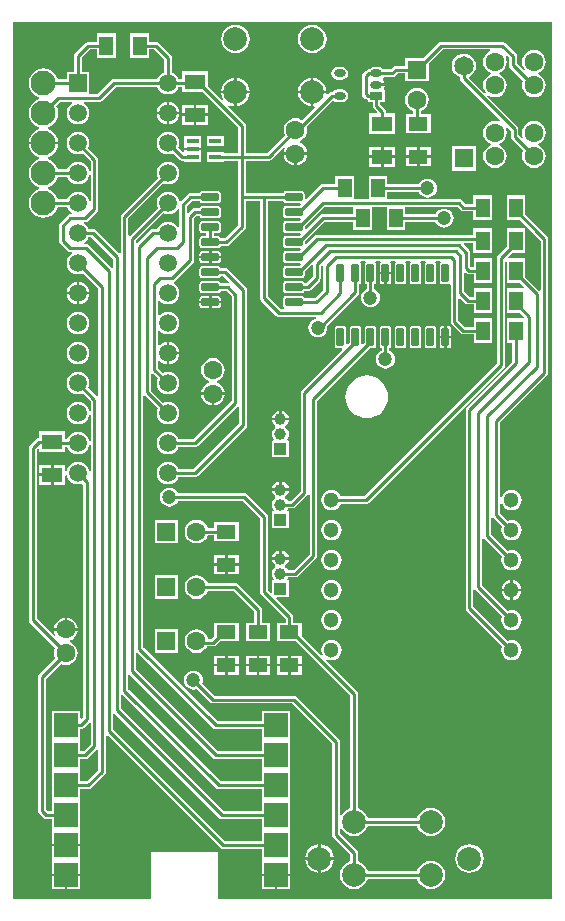
<source format=gtl>
G04*
G04 #@! TF.GenerationSoftware,Altium Limited,Altium Designer,20.2.3 (150)*
G04*
G04 Layer_Physical_Order=1*
G04 Layer_Color=255*
%FSLAX25Y25*%
%MOIN*%
G70*
G04*
G04 #@! TF.SameCoordinates,B26AD540-6E08-4B25-974C-445F4708D01E*
G04*
G04*
G04 #@! TF.FilePolarity,Positive*
G04*
G01*
G75*
%ADD13C,0.01000*%
%ADD15R,0.06496X0.04724*%
G04:AMPARAMS|DCode=16|XSize=23.62mil|YSize=57.09mil|CornerRadius=2.01mil|HoleSize=0mil|Usage=FLASHONLY|Rotation=180.000|XOffset=0mil|YOffset=0mil|HoleType=Round|Shape=RoundedRectangle|*
%AMROUNDEDRECTD16*
21,1,0.02362,0.05307,0,0,180.0*
21,1,0.01961,0.05709,0,0,180.0*
1,1,0.00402,-0.00980,0.02653*
1,1,0.00402,0.00980,0.02653*
1,1,0.00402,0.00980,-0.02653*
1,1,0.00402,-0.00980,-0.02653*
%
%ADD16ROUNDEDRECTD16*%
G04:AMPARAMS|DCode=17|XSize=23.62mil|YSize=57.09mil|CornerRadius=2.01mil|HoleSize=0mil|Usage=FLASHONLY|Rotation=90.000|XOffset=0mil|YOffset=0mil|HoleType=Round|Shape=RoundedRectangle|*
%AMROUNDEDRECTD17*
21,1,0.02362,0.05307,0,0,90.0*
21,1,0.01961,0.05709,0,0,90.0*
1,1,0.00402,0.02653,0.00980*
1,1,0.00402,0.02653,-0.00980*
1,1,0.00402,-0.02653,-0.00980*
1,1,0.00402,-0.02653,0.00980*
%
%ADD17ROUNDEDRECTD17*%
%ADD18R,0.04724X0.06496*%
%ADD19R,0.07087X0.05118*%
%ADD20R,0.04134X0.01772*%
%ADD21O,0.03937X0.02598*%
%ADD22R,0.03937X0.02598*%
%ADD23R,0.08000X0.08000*%
%ADD24R,0.06496X0.06496*%
%ADD25C,0.06496*%
%ADD28R,0.06299X0.06299*%
%ADD29C,0.06299*%
%ADD30C,0.07874*%
%ADD32R,0.03937X0.03937*%
%ADD33C,0.03937*%
%ADD36R,0.05906X0.05906*%
%ADD37C,0.05906*%
%ADD38R,0.06299X0.06299*%
%ADD39C,0.04724*%
%ADD40C,0.05118*%
%ADD41C,0.08268*%
G36*
X658500Y101000D02*
X547321D01*
X547190Y101223D01*
X547113Y101500D01*
X547242Y101693D01*
X547303Y102000D01*
Y116000D01*
X547242Y116307D01*
X547068Y116568D01*
X546807Y116742D01*
X546500Y116803D01*
X525500D01*
X525193Y116742D01*
X524932Y116568D01*
X524758Y116307D01*
X524697Y116000D01*
Y102000D01*
X524758Y101693D01*
X524887Y101500D01*
X524810Y101223D01*
X524679Y101000D01*
X479000D01*
Y393500D01*
X658500D01*
Y101000D01*
D02*
G37*
%LPC*%
G36*
X578590Y392482D02*
X577357Y392319D01*
X576208Y391843D01*
X575221Y391086D01*
X574464Y390099D01*
X573988Y388950D01*
X573825Y387717D01*
X573988Y386483D01*
X574464Y385334D01*
X575221Y384347D01*
X576208Y383590D01*
X577357Y383114D01*
X578590Y382951D01*
X579824Y383114D01*
X580973Y383590D01*
X581960Y384347D01*
X582717Y385334D01*
X583193Y386483D01*
X583356Y387717D01*
X583193Y388950D01*
X582717Y390099D01*
X581960Y391086D01*
X580973Y391843D01*
X579824Y392319D01*
X578590Y392482D01*
D02*
G37*
G36*
X553000D02*
X551767Y392319D01*
X550617Y391843D01*
X549630Y391086D01*
X548873Y390099D01*
X548397Y388950D01*
X548235Y387717D01*
X548397Y386483D01*
X548873Y385334D01*
X549630Y384347D01*
X550617Y383590D01*
X551767Y383114D01*
X553000Y382951D01*
X554233Y383114D01*
X555383Y383590D01*
X556369Y384347D01*
X557127Y385334D01*
X557603Y386483D01*
X557765Y387717D01*
X557603Y388950D01*
X557127Y390099D01*
X556369Y391086D01*
X555383Y391843D01*
X554233Y392319D01*
X553000Y392482D01*
D02*
G37*
G36*
X524161Y389535D02*
X517862D01*
Y381465D01*
X524161D01*
Y384187D01*
X525956D01*
X529187Y380956D01*
Y376505D01*
X528614Y376267D01*
X527833Y375668D01*
X527233Y374886D01*
X526995Y374313D01*
X512500D01*
X511998Y374213D01*
X511572Y373928D01*
X506956Y369313D01*
X504240D01*
Y376740D01*
X501813D01*
Y381456D01*
X504544Y384187D01*
X506839D01*
Y381465D01*
X513138D01*
Y389535D01*
X506839D01*
Y386813D01*
X504000D01*
X503498Y386713D01*
X503072Y386428D01*
X499572Y382928D01*
X499287Y382502D01*
X499187Y382000D01*
Y376740D01*
X496760D01*
Y374313D01*
X493783D01*
X493299Y375482D01*
X492510Y376510D01*
X491482Y377299D01*
X490285Y377795D01*
X489000Y377964D01*
X487715Y377795D01*
X486518Y377299D01*
X485490Y376510D01*
X484701Y375482D01*
X484205Y374285D01*
X484036Y373000D01*
X484205Y371715D01*
X484701Y370518D01*
X485490Y369490D01*
X486518Y368701D01*
X487592Y368257D01*
X487592Y368256D01*
Y367744D01*
X487592Y367743D01*
X486518Y367299D01*
X485490Y366510D01*
X484701Y365482D01*
X484205Y364285D01*
X484036Y363000D01*
X484205Y361715D01*
X484701Y360518D01*
X485490Y359490D01*
X486518Y358701D01*
X487592Y358257D01*
X487592Y358256D01*
Y357744D01*
X487592Y357743D01*
X486518Y357299D01*
X485490Y356510D01*
X484701Y355482D01*
X484205Y354285D01*
X484088Y353394D01*
X489000D01*
X493912D01*
X493795Y354285D01*
X493299Y355482D01*
X492510Y356510D01*
X491482Y357299D01*
X490408Y357743D01*
X490408Y357744D01*
Y358256D01*
X490408Y358257D01*
X491482Y358701D01*
X492510Y359490D01*
X493299Y360518D01*
X493795Y361715D01*
X493964Y363000D01*
X493795Y364285D01*
X493310Y365454D01*
X494544Y366687D01*
X498381D01*
X498409Y366636D01*
X498510Y366187D01*
X497832Y365668D01*
X497233Y364886D01*
X496856Y363976D01*
X496728Y363000D01*
X496856Y362024D01*
X497233Y361114D01*
X497832Y360332D01*
X498614Y359733D01*
X499524Y359356D01*
X500500Y359228D01*
X501476Y359356D01*
X502386Y359733D01*
X503167Y360332D01*
X503767Y361114D01*
X504144Y362024D01*
X504272Y363000D01*
X504144Y363976D01*
X503767Y364886D01*
X503167Y365668D01*
X502490Y366187D01*
X502591Y366636D01*
X502619Y366687D01*
X507500D01*
X508002Y366787D01*
X508428Y367072D01*
X513044Y371687D01*
X526995D01*
X527233Y371114D01*
X527833Y370333D01*
X528614Y369733D01*
X529524Y369356D01*
X530500Y369228D01*
X531476Y369356D01*
X532386Y369733D01*
X533168Y370333D01*
X533767Y371114D01*
X534005Y371687D01*
X535169D01*
Y370165D01*
X541974D01*
X543568Y368572D01*
X543580Y368564D01*
X553841Y358303D01*
Y349754D01*
X549094D01*
Y350114D01*
X543386D01*
Y346768D01*
X549094D01*
Y347128D01*
X553841D01*
Y335000D01*
Y325697D01*
X549456Y321313D01*
X548217D01*
X548206Y321366D01*
X547988Y321693D01*
X547661Y321911D01*
X547276Y321988D01*
X545935D01*
Y323012D01*
X547276D01*
X547661Y323089D01*
X547988Y323307D01*
X548206Y323634D01*
X548283Y324020D01*
Y325980D01*
X548206Y326366D01*
X547988Y326693D01*
X547661Y326911D01*
X547276Y326988D01*
X541968D01*
X541583Y326911D01*
X541256Y326693D01*
X541038Y326366D01*
X540961Y325980D01*
Y324020D01*
X541038Y323634D01*
X541256Y323307D01*
X541583Y323089D01*
X541968Y323012D01*
X543309D01*
Y321988D01*
X541968D01*
X541583Y321911D01*
X541256Y321693D01*
X541038Y321366D01*
X540961Y320980D01*
Y319020D01*
X541038Y318634D01*
X541256Y318307D01*
X541583Y318089D01*
X541968Y318012D01*
X547276D01*
X547661Y318089D01*
X547988Y318307D01*
X548206Y318634D01*
X548217Y318687D01*
X550000D01*
X550502Y318787D01*
X550928Y319072D01*
X556082Y324225D01*
X556366Y324651D01*
X556466Y325153D01*
Y333687D01*
X561187D01*
Y301358D01*
X561287Y300856D01*
X561572Y300430D01*
X566592Y295410D01*
X567017Y295126D01*
X567520Y295026D01*
X579922D01*
X579955Y294526D01*
X579650Y294486D01*
X578884Y294168D01*
X578226Y293664D01*
X577721Y293006D01*
X577404Y292239D01*
X577296Y291417D01*
X577404Y290595D01*
X577721Y289829D01*
X578226Y289171D01*
X578884Y288666D01*
X579650Y288349D01*
X580472Y288241D01*
X581295Y288349D01*
X582061Y288666D01*
X582719Y289171D01*
X583224Y289829D01*
X583541Y290595D01*
X583649Y291417D01*
X583569Y292027D01*
X593928Y302387D01*
X594213Y302813D01*
X594313Y303315D01*
Y306133D01*
X594366Y306144D01*
X594693Y306362D01*
X594911Y306689D01*
X594988Y307075D01*
Y312382D01*
X594911Y312768D01*
X594693Y313094D01*
X594554Y313187D01*
X594705Y313687D01*
X596295D01*
X596447Y313187D01*
X596307Y313094D01*
X596089Y312768D01*
X596012Y312382D01*
Y307075D01*
X596089Y306689D01*
X596307Y306362D01*
X596634Y306144D01*
X596687Y306133D01*
Y304365D01*
X596412Y304251D01*
X595754Y303746D01*
X595249Y303088D01*
X594932Y302322D01*
X594823Y301500D01*
X594932Y300678D01*
X595249Y299912D01*
X595754Y299254D01*
X596412Y298749D01*
X597178Y298431D01*
X598000Y298323D01*
X598822Y298431D01*
X599588Y298749D01*
X600246Y299254D01*
X600751Y299912D01*
X601068Y300678D01*
X601177Y301500D01*
X601068Y302322D01*
X600751Y303088D01*
X600246Y303746D01*
X599588Y304251D01*
X599313Y304365D01*
Y306133D01*
X599366Y306144D01*
X599693Y306362D01*
X599911Y306689D01*
X599988Y307075D01*
Y312382D01*
X599911Y312768D01*
X599693Y313094D01*
X599553Y313187D01*
X599705Y313687D01*
X601295D01*
X601446Y313187D01*
X601307Y313094D01*
X601089Y312768D01*
X601012Y312382D01*
Y310122D01*
X603000D01*
X604988D01*
Y312382D01*
X604911Y312768D01*
X604693Y313094D01*
X604554Y313187D01*
X604705Y313687D01*
X606295D01*
X606447Y313187D01*
X606307Y313094D01*
X606089Y312768D01*
X606012Y312382D01*
Y307075D01*
X606089Y306689D01*
X606307Y306362D01*
X606634Y306144D01*
X607020Y306067D01*
X608980D01*
X609366Y306144D01*
X609693Y306362D01*
X609911Y306689D01*
X609988Y307075D01*
Y312382D01*
X609911Y312768D01*
X609693Y313094D01*
X609553Y313187D01*
X609705Y313687D01*
X611295D01*
X611447Y313187D01*
X611307Y313094D01*
X611089Y312768D01*
X611012Y312382D01*
Y307075D01*
X611089Y306689D01*
X611307Y306362D01*
X611634Y306144D01*
X612020Y306067D01*
X613980D01*
X614366Y306144D01*
X614693Y306362D01*
X614911Y306689D01*
X614988Y307075D01*
Y312382D01*
X614911Y312768D01*
X614693Y313094D01*
X614553Y313187D01*
X614705Y313687D01*
X616295D01*
X616446Y313187D01*
X616307Y313094D01*
X616089Y312768D01*
X616012Y312382D01*
Y307075D01*
X616089Y306689D01*
X616307Y306362D01*
X616634Y306144D01*
X617020Y306067D01*
X618980D01*
X619366Y306144D01*
X619693Y306362D01*
X619911Y306689D01*
X619988Y307075D01*
Y312382D01*
X619911Y312768D01*
X619693Y313094D01*
X619554Y313187D01*
X619705Y313687D01*
X621295D01*
X621447Y313187D01*
X621307Y313094D01*
X621089Y312768D01*
X621012Y312382D01*
Y307075D01*
X621089Y306689D01*
X621307Y306362D01*
X621634Y306144D01*
X622020Y306067D01*
X623980D01*
X624187Y306108D01*
X624687Y305803D01*
Y293500D01*
X624787Y292998D01*
X625072Y292572D01*
X628072Y289572D01*
X628498Y289287D01*
X629000Y289187D01*
X632362D01*
Y286465D01*
X638661D01*
Y294535D01*
X632362D01*
Y291813D01*
X629544D01*
X627313Y294044D01*
Y301178D01*
X627775Y301369D01*
X629572Y299572D01*
X629998Y299287D01*
X630500Y299187D01*
X632350D01*
Y296465D01*
X638650D01*
Y304535D01*
X632350D01*
Y301813D01*
X631044D01*
X629313Y303544D01*
Y309678D01*
X629775Y309869D01*
X630072Y309572D01*
X630498Y309287D01*
X631000Y309187D01*
X632350D01*
Y306465D01*
X638650D01*
Y314535D01*
X632350D01*
Y311813D01*
X631544D01*
X631313Y312044D01*
Y316500D01*
X631213Y317002D01*
X630928Y317428D01*
X629131Y319225D01*
X629322Y319687D01*
X632339D01*
Y316465D01*
X638638D01*
Y324535D01*
X632339D01*
Y322313D01*
X580051D01*
X579549Y322213D01*
X579123Y321928D01*
X576539Y319344D01*
X576039Y319551D01*
Y320131D01*
X582595Y326687D01*
X592339D01*
Y323965D01*
X598638D01*
Y331687D01*
X603362D01*
Y323965D01*
X609661D01*
Y326687D01*
X619635D01*
X619749Y326412D01*
X620254Y325754D01*
X620912Y325249D01*
X621678Y324932D01*
X622500Y324823D01*
X623322Y324932D01*
X624088Y325249D01*
X624746Y325754D01*
X625251Y326412D01*
X625568Y327178D01*
X625677Y328000D01*
X625568Y328822D01*
X625251Y329588D01*
X624746Y330246D01*
X624088Y330751D01*
X623322Y331068D01*
X622500Y331177D01*
X621678Y331068D01*
X620912Y330751D01*
X620254Y330246D01*
X619749Y329588D01*
X619635Y329313D01*
X609661D01*
Y331687D01*
X626956D01*
X628072Y330572D01*
X628498Y330287D01*
X629000Y330187D01*
X632339D01*
Y327465D01*
X638638D01*
Y335535D01*
X632339D01*
Y332813D01*
X629544D01*
X628428Y333928D01*
X628002Y334213D01*
X627500Y334313D01*
X603661D01*
Y336687D01*
X614135D01*
X614249Y336412D01*
X614754Y335754D01*
X615412Y335249D01*
X616178Y334931D01*
X617000Y334823D01*
X617822Y334931D01*
X618588Y335249D01*
X619246Y335754D01*
X619751Y336412D01*
X620069Y337178D01*
X620177Y338000D01*
X620069Y338822D01*
X619751Y339588D01*
X619246Y340246D01*
X618588Y340751D01*
X617822Y341069D01*
X617000Y341177D01*
X616178Y341069D01*
X615412Y340751D01*
X614754Y340246D01*
X614249Y339588D01*
X614135Y339313D01*
X603661D01*
Y342035D01*
X597362D01*
Y334313D01*
X592638D01*
Y342035D01*
X586339D01*
Y339313D01*
X582051D01*
X581549Y339213D01*
X581123Y338928D01*
X576539Y334344D01*
X576039Y334551D01*
Y335980D01*
X575962Y336366D01*
X575744Y336693D01*
X575417Y336911D01*
X575032Y336988D01*
X569724D01*
X569339Y336911D01*
X569012Y336693D01*
X568794Y336366D01*
X568783Y336313D01*
X556466D01*
Y347128D01*
X564067D01*
X564569Y347228D01*
X564995Y347513D01*
X569057Y351574D01*
X569481Y351291D01*
X569164Y350528D01*
X569081Y349894D01*
X573000D01*
X576919D01*
X576836Y350528D01*
X576439Y351485D01*
X575808Y352308D01*
X574986Y352939D01*
X574436Y353166D01*
Y353708D01*
X574986Y353935D01*
X575808Y354566D01*
X576439Y355388D01*
X576836Y356346D01*
X576971Y357374D01*
X576836Y358402D01*
X576813Y358457D01*
X585592Y367236D01*
X586253Y366794D01*
X587067Y366632D01*
X588406D01*
X589220Y366794D01*
X589910Y367255D01*
X590371Y367946D01*
X590533Y368760D01*
X590371Y369574D01*
X589910Y370264D01*
X589220Y370725D01*
X588406Y370887D01*
X587067D01*
X586253Y370725D01*
X585563Y370264D01*
X585384Y369997D01*
X585184D01*
X584682Y369897D01*
X584256Y369612D01*
X583741Y369098D01*
X583268Y369331D01*
X583304Y369606D01*
X578984D01*
Y365287D01*
X579259Y365323D01*
X579493Y364849D01*
X575252Y360608D01*
X574986Y360813D01*
X574028Y361210D01*
X573000Y361345D01*
X571972Y361210D01*
X571014Y360813D01*
X570192Y360182D01*
X569561Y359360D01*
X569164Y358402D01*
X569029Y357374D01*
X569164Y356346D01*
X569443Y355673D01*
X563523Y349754D01*
X556466D01*
Y358846D01*
X556366Y359349D01*
X556082Y359775D01*
X550458Y365398D01*
X550742Y365822D01*
X551767Y365397D01*
X552606Y365287D01*
Y369606D01*
X548287D01*
X548397Y368767D01*
X548822Y367742D01*
X548398Y367458D01*
X545428Y370428D01*
X545416Y370436D01*
X543831Y372022D01*
Y376858D01*
X535169D01*
Y374313D01*
X534005D01*
X533767Y374886D01*
X533168Y375668D01*
X532386Y376267D01*
X531813Y376505D01*
Y381500D01*
X531713Y382002D01*
X531428Y382428D01*
X527428Y386428D01*
X527002Y386713D01*
X526500Y386813D01*
X524161D01*
Y389535D01*
D02*
G37*
G36*
X588406Y378368D02*
X587067D01*
X586253Y378206D01*
X585563Y377745D01*
X585101Y377054D01*
X584939Y376240D01*
X585101Y375426D01*
X585563Y374736D01*
X586253Y374275D01*
X587067Y374113D01*
X588406D01*
X589220Y374275D01*
X589910Y374736D01*
X590371Y375426D01*
X590533Y376240D01*
X590371Y377054D01*
X589910Y377745D01*
X589220Y378206D01*
X588406Y378368D01*
D02*
G37*
G36*
X578984Y374713D02*
Y370394D01*
X583304D01*
X583193Y371233D01*
X582717Y372383D01*
X581960Y373370D01*
X580973Y374127D01*
X579824Y374603D01*
X578984Y374713D01*
D02*
G37*
G36*
X553394D02*
Y370394D01*
X557713D01*
X557603Y371233D01*
X557127Y372383D01*
X556369Y373370D01*
X555383Y374127D01*
X554233Y374603D01*
X553394Y374713D01*
D02*
G37*
G36*
X552606D02*
X551767Y374603D01*
X550617Y374127D01*
X549630Y373370D01*
X548873Y372383D01*
X548397Y371233D01*
X548287Y370394D01*
X552606D01*
Y374713D01*
D02*
G37*
G36*
X578197D02*
X577357Y374603D01*
X576208Y374127D01*
X575221Y373370D01*
X574464Y372383D01*
X573988Y371233D01*
X573877Y370394D01*
X578197D01*
Y374713D01*
D02*
G37*
G36*
X642000Y386813D02*
X621500D01*
X620998Y386713D01*
X620572Y386428D01*
X615581Y381437D01*
X609563D01*
Y378813D01*
X606500D01*
X605998Y378713D01*
X605572Y378428D01*
X604697Y377553D01*
X602302D01*
X602174Y377745D01*
X601483Y378206D01*
X600669Y378368D01*
X599331D01*
X598517Y378206D01*
X597826Y377745D01*
X597698Y377553D01*
X597362D01*
X596859Y377453D01*
X596433Y377168D01*
X595572Y376307D01*
X595287Y375881D01*
X595187Y375379D01*
Y369346D01*
X595287Y368843D01*
X595572Y368418D01*
X596158Y367832D01*
X596584Y367547D01*
X597086Y367447D01*
X597244D01*
Y366673D01*
X598687D01*
Y365500D01*
X598787Y364998D01*
X599072Y364572D01*
X600285Y363358D01*
X600078Y362858D01*
X597669D01*
Y356165D01*
X606331D01*
Y362858D01*
X603313D01*
Y363500D01*
X603213Y364002D01*
X602928Y364428D01*
X601313Y366044D01*
Y366673D01*
X602756D01*
Y370847D01*
X602675D01*
X602408Y371346D01*
X602635Y371686D01*
X602718Y372106D01*
X600000D01*
Y372894D01*
X602718D01*
X602635Y373314D01*
X602174Y374004D01*
X602064Y374078D01*
X602033Y374585D01*
X602373Y374927D01*
X605240D01*
X605743Y375027D01*
X606168Y375312D01*
X607044Y376187D01*
X609563D01*
Y373563D01*
X617437D01*
Y379581D01*
X622044Y384187D01*
X637720D01*
X637820Y383687D01*
X637514Y383561D01*
X636692Y382930D01*
X636061Y382107D01*
X635664Y381150D01*
X635529Y380122D01*
X635664Y379094D01*
X636061Y378137D01*
X636692Y377314D01*
X637514Y376683D01*
X638064Y376456D01*
Y375914D01*
X637514Y375687D01*
X636692Y375056D01*
X636061Y374234D01*
X635664Y373276D01*
X635529Y372248D01*
X635664Y371220D01*
X636061Y370263D01*
X636386Y369838D01*
X636010Y369508D01*
X630849Y374669D01*
X630947Y375159D01*
X631130Y375235D01*
X631973Y375882D01*
X632619Y376725D01*
X633026Y377706D01*
X633165Y378760D01*
X633026Y379813D01*
X632619Y380795D01*
X631973Y381638D01*
X631130Y382285D01*
X630148Y382691D01*
X629095Y382830D01*
X628041Y382691D01*
X627059Y382285D01*
X626216Y381638D01*
X625569Y380795D01*
X625163Y379813D01*
X625024Y378760D01*
X625163Y377706D01*
X625569Y376725D01*
X626216Y375882D01*
X627059Y375235D01*
X627782Y374936D01*
Y374567D01*
X627882Y374065D01*
X628166Y373639D01*
X641212Y360594D01*
X640928Y360170D01*
X640528Y360336D01*
X639500Y360471D01*
X638472Y360336D01*
X637514Y359939D01*
X636692Y359308D01*
X636061Y358486D01*
X635664Y357528D01*
X635529Y356500D01*
X635664Y355472D01*
X636061Y354515D01*
X636692Y353692D01*
X637514Y353061D01*
X638064Y352834D01*
Y352292D01*
X637514Y352065D01*
X636692Y351434D01*
X636061Y350611D01*
X635664Y349654D01*
X635529Y348626D01*
X635664Y347598D01*
X636061Y346640D01*
X636692Y345818D01*
X637514Y345187D01*
X638472Y344790D01*
X639500Y344655D01*
X640528Y344790D01*
X641486Y345187D01*
X642308Y345818D01*
X642939Y346640D01*
X643336Y347598D01*
X643471Y348626D01*
X643336Y349654D01*
X642939Y350611D01*
X642308Y351434D01*
X641486Y352065D01*
X640936Y352292D01*
Y352834D01*
X641486Y353061D01*
X642308Y353692D01*
X642939Y354515D01*
X643336Y355472D01*
X643471Y356500D01*
X643336Y357528D01*
X643170Y357928D01*
X643594Y358211D01*
X644711Y357094D01*
Y355157D01*
X644811Y354655D01*
X645095Y354229D01*
X648954Y350371D01*
X648657Y349654D01*
X648521Y348626D01*
X648657Y347598D01*
X649053Y346640D01*
X649684Y345818D01*
X650507Y345187D01*
X651464Y344790D01*
X652492Y344655D01*
X653520Y344790D01*
X654478Y345187D01*
X655300Y345818D01*
X655931Y346640D01*
X656328Y347598D01*
X656463Y348626D01*
X656328Y349654D01*
X655931Y350611D01*
X655300Y351434D01*
X654478Y352065D01*
X653929Y352292D01*
Y352834D01*
X654478Y353061D01*
X655300Y353692D01*
X655931Y354515D01*
X656328Y355472D01*
X656463Y356500D01*
X656328Y357528D01*
X655931Y358486D01*
X655300Y359308D01*
X654478Y359939D01*
X653520Y360336D01*
X652492Y360471D01*
X651464Y360336D01*
X650507Y359939D01*
X649684Y359308D01*
X649053Y358486D01*
X648657Y357528D01*
X648521Y356500D01*
X648657Y355472D01*
X648928Y354816D01*
X648504Y354533D01*
X647336Y355701D01*
Y357638D01*
X647236Y358140D01*
X646952Y358566D01*
X636760Y368758D01*
X637090Y369134D01*
X637514Y368809D01*
X638472Y368412D01*
X639500Y368277D01*
X640528Y368412D01*
X641486Y368809D01*
X642308Y369440D01*
X642939Y370263D01*
X643336Y371220D01*
X643471Y372248D01*
X643336Y373276D01*
X642939Y374234D01*
X642308Y375056D01*
X641486Y375687D01*
X640936Y375914D01*
Y376456D01*
X641486Y376683D01*
X642308Y377314D01*
X642939Y378137D01*
X643336Y379094D01*
X643471Y380122D01*
X643336Y381150D01*
X643017Y381920D01*
X643440Y382203D01*
X644187Y381456D01*
Y379000D01*
X644287Y378498D01*
X644572Y378072D01*
X648865Y373779D01*
X648657Y373276D01*
X648521Y372248D01*
X648657Y371220D01*
X649053Y370263D01*
X649684Y369440D01*
X650507Y368809D01*
X651464Y368412D01*
X652492Y368277D01*
X653520Y368412D01*
X654478Y368809D01*
X655300Y369440D01*
X655931Y370263D01*
X656328Y371220D01*
X656463Y372248D01*
X656328Y373276D01*
X655931Y374234D01*
X655300Y375056D01*
X654478Y375687D01*
X653929Y375914D01*
Y376456D01*
X654478Y376683D01*
X655300Y377314D01*
X655931Y378136D01*
X656328Y379094D01*
X656463Y380122D01*
X656328Y381150D01*
X655931Y382107D01*
X655300Y382930D01*
X654478Y383561D01*
X653520Y383958D01*
X652492Y384093D01*
X651464Y383958D01*
X650507Y383561D01*
X649684Y382930D01*
X649053Y382107D01*
X648657Y381150D01*
X648521Y380122D01*
X648657Y379094D01*
X649053Y378136D01*
X649470Y377594D01*
X649093Y377263D01*
X646813Y379544D01*
Y382000D01*
X646713Y382502D01*
X646428Y382928D01*
X642928Y386428D01*
X642502Y386713D01*
X642000Y386813D01*
D02*
G37*
G36*
X557713Y369606D02*
X553394D01*
Y365287D01*
X554233Y365397D01*
X555383Y365873D01*
X556369Y366631D01*
X557127Y367617D01*
X557603Y368767D01*
X557713Y369606D01*
D02*
G37*
G36*
X578197D02*
X573877D01*
X573988Y368767D01*
X574464Y367617D01*
X575221Y366631D01*
X576208Y365873D01*
X577357Y365397D01*
X578197Y365287D01*
Y369606D01*
D02*
G37*
G36*
X530894Y366721D02*
Y363394D01*
X534221D01*
X534144Y363976D01*
X533767Y364886D01*
X533168Y365668D01*
X532386Y366267D01*
X531476Y366644D01*
X530894Y366721D01*
D02*
G37*
G36*
X530106D02*
X529524Y366644D01*
X528614Y366267D01*
X527833Y365668D01*
X527233Y364886D01*
X526856Y363976D01*
X526779Y363394D01*
X530106D01*
Y366721D01*
D02*
G37*
G36*
X543831Y365835D02*
X539894D01*
Y362882D01*
X543831D01*
Y365835D01*
D02*
G37*
G36*
X539106D02*
X535169D01*
Y362882D01*
X539106D01*
Y365835D01*
D02*
G37*
G36*
X534221Y362606D02*
X530894D01*
Y359279D01*
X531476Y359356D01*
X532386Y359733D01*
X533168Y360332D01*
X533767Y361114D01*
X534144Y362024D01*
X534221Y362606D01*
D02*
G37*
G36*
X530106D02*
X526779D01*
X526856Y362024D01*
X527233Y361114D01*
X527833Y360332D01*
X528614Y359733D01*
X529524Y359356D01*
X530106Y359279D01*
Y362606D01*
D02*
G37*
G36*
X543831Y362094D02*
X539894D01*
Y359142D01*
X543831D01*
Y362094D01*
D02*
G37*
G36*
X539106D02*
X535169D01*
Y359142D01*
X539106D01*
Y362094D01*
D02*
G37*
G36*
X613500Y371471D02*
X612472Y371336D01*
X611515Y370939D01*
X610692Y370308D01*
X610061Y369485D01*
X609664Y368528D01*
X609529Y367500D01*
X609664Y366472D01*
X610061Y365514D01*
X610692Y364692D01*
X611515Y364061D01*
X612187Y363782D01*
Y362661D01*
X609965D01*
Y356362D01*
X618035D01*
Y362661D01*
X614813D01*
Y363782D01*
X615485Y364061D01*
X616308Y364692D01*
X616939Y365514D01*
X617336Y366472D01*
X617471Y367500D01*
X617336Y368528D01*
X616939Y369485D01*
X616308Y370308D01*
X615485Y370939D01*
X614528Y371336D01*
X613500Y371471D01*
D02*
G37*
G36*
X549094Y355232D02*
X543386D01*
Y351886D01*
X549094D01*
Y355232D01*
D02*
G37*
G36*
X541614D02*
X535906D01*
Y351394D01*
X538760D01*
X541614D01*
Y351886D01*
Y355232D01*
D02*
G37*
G36*
X618035Y351638D02*
X614394D01*
Y348882D01*
X618035D01*
Y351638D01*
D02*
G37*
G36*
X613606D02*
X609965D01*
Y348882D01*
X613606D01*
Y351638D01*
D02*
G37*
G36*
X606331Y351835D02*
X602394D01*
Y348882D01*
X606331D01*
Y351835D01*
D02*
G37*
G36*
X601606D02*
X597669D01*
Y348882D01*
X601606D01*
Y351835D01*
D02*
G37*
G36*
X530500Y356772D02*
X529524Y356644D01*
X528614Y356267D01*
X527833Y355667D01*
X527233Y354886D01*
X526856Y353976D01*
X526728Y353000D01*
X526856Y352024D01*
X527233Y351114D01*
X527833Y350332D01*
X528614Y349733D01*
X529524Y349356D01*
X530500Y349228D01*
X531476Y349356D01*
X532050Y349594D01*
X534131Y347513D01*
X534557Y347228D01*
X535059Y347128D01*
X535906D01*
Y346768D01*
X541614D01*
Y349327D01*
Y350606D01*
X538760D01*
X535906D01*
Y350158D01*
X535405Y349951D01*
X533906Y351450D01*
X534144Y352024D01*
X534272Y353000D01*
X534144Y353976D01*
X533767Y354886D01*
X533168Y355667D01*
X532386Y356267D01*
X531476Y356644D01*
X530500Y356772D01*
D02*
G37*
G36*
X576919Y349106D02*
X573394D01*
Y345581D01*
X574028Y345664D01*
X574986Y346061D01*
X575808Y346692D01*
X576439Y347515D01*
X576836Y348472D01*
X576919Y349106D01*
D02*
G37*
G36*
X572606D02*
X569081D01*
X569164Y348472D01*
X569561Y347515D01*
X570192Y346692D01*
X571014Y346061D01*
X571972Y345664D01*
X572606Y345581D01*
Y349106D01*
D02*
G37*
G36*
X618035Y348095D02*
X614394D01*
Y345339D01*
X618035D01*
Y348095D01*
D02*
G37*
G36*
X613606D02*
X609965D01*
Y345339D01*
X613606D01*
Y348095D01*
D02*
G37*
G36*
X606331Y348095D02*
X602394D01*
Y345142D01*
X606331D01*
Y348095D01*
D02*
G37*
G36*
X601606D02*
X597669D01*
Y345142D01*
X601606D01*
Y348095D01*
D02*
G37*
G36*
X633130Y351890D02*
X625059D01*
Y343819D01*
X633130D01*
Y351890D01*
D02*
G37*
G36*
X500500Y356772D02*
X499524Y356644D01*
X498614Y356267D01*
X497832Y355667D01*
X497233Y354886D01*
X496856Y353976D01*
X496728Y353000D01*
X496856Y352024D01*
X497233Y351114D01*
X497832Y350332D01*
X498614Y349733D01*
X499524Y349356D01*
X500500Y349228D01*
X501476Y349356D01*
X502050Y349594D01*
X504687Y346956D01*
Y343679D01*
X504187Y343646D01*
X504144Y343976D01*
X503767Y344886D01*
X503167Y345668D01*
X502386Y346267D01*
X501476Y346644D01*
X500500Y346772D01*
X499524Y346644D01*
X498614Y346267D01*
X497832Y345668D01*
X497233Y344886D01*
X496995Y344313D01*
X493783D01*
X493299Y345482D01*
X492510Y346510D01*
X491482Y347299D01*
X490408Y347743D01*
X490408Y347744D01*
Y348256D01*
X490408Y348257D01*
X491482Y348701D01*
X492510Y349490D01*
X493299Y350518D01*
X493795Y351715D01*
X493912Y352606D01*
X489000D01*
X484088D01*
X484205Y351715D01*
X484701Y350518D01*
X485490Y349490D01*
X486518Y348701D01*
X487592Y348257D01*
X487592Y348256D01*
Y347744D01*
X487592Y347743D01*
X486518Y347299D01*
X485490Y346510D01*
X484701Y345482D01*
X484205Y344285D01*
X484036Y343000D01*
X484205Y341715D01*
X484701Y340518D01*
X485490Y339490D01*
X486518Y338701D01*
X487592Y338257D01*
X487592Y338256D01*
Y337744D01*
X487592Y337743D01*
X486518Y337299D01*
X485490Y336510D01*
X484701Y335482D01*
X484205Y334285D01*
X484036Y333000D01*
X484205Y331715D01*
X484701Y330518D01*
X485490Y329490D01*
X486518Y328701D01*
X487715Y328205D01*
X489000Y328036D01*
X490285Y328205D01*
X491482Y328701D01*
X492510Y329490D01*
X493299Y330518D01*
X493783Y331687D01*
X496995D01*
X497233Y331114D01*
X497832Y330332D01*
X498510Y329813D01*
X498409Y329364D01*
X498381Y329313D01*
X498000D01*
X497498Y329213D01*
X497072Y328928D01*
X494572Y326428D01*
X494287Y326002D01*
X494187Y325500D01*
Y320500D01*
X494287Y319998D01*
X494572Y319572D01*
X497072Y317072D01*
X497498Y316787D01*
X498000Y316687D01*
X498381D01*
X498409Y316636D01*
X498510Y316187D01*
X497832Y315668D01*
X497233Y314886D01*
X496856Y313976D01*
X496728Y313000D01*
X496856Y312024D01*
X497233Y311114D01*
X497832Y310332D01*
X498614Y309733D01*
X499524Y309356D01*
X500500Y309228D01*
X501476Y309356D01*
X502050Y309594D01*
X507187Y304456D01*
Y268876D01*
X506687Y268669D01*
X503906Y271450D01*
X504144Y272024D01*
X504272Y273000D01*
X504144Y273976D01*
X503767Y274886D01*
X503167Y275668D01*
X502386Y276267D01*
X501476Y276644D01*
X500500Y276772D01*
X499524Y276644D01*
X498614Y276267D01*
X497832Y275668D01*
X497233Y274886D01*
X496856Y273976D01*
X496728Y273000D01*
X496856Y272024D01*
X497233Y271114D01*
X497832Y270333D01*
X498614Y269733D01*
X499524Y269356D01*
X500500Y269228D01*
X501476Y269356D01*
X502050Y269594D01*
X504687Y266956D01*
Y263679D01*
X504187Y263646D01*
X504144Y263976D01*
X503767Y264886D01*
X503167Y265668D01*
X502386Y266267D01*
X501476Y266644D01*
X500500Y266772D01*
X499524Y266644D01*
X498614Y266267D01*
X497832Y265668D01*
X497233Y264886D01*
X496856Y263976D01*
X496728Y263000D01*
X496856Y262024D01*
X497233Y261114D01*
X497832Y260332D01*
X498614Y259733D01*
X499524Y259356D01*
X500500Y259228D01*
X501476Y259356D01*
X502386Y259733D01*
X503167Y260332D01*
X503767Y261114D01*
X504144Y262024D01*
X504187Y262354D01*
X504687Y262321D01*
Y253679D01*
X504187Y253646D01*
X504144Y253976D01*
X503767Y254886D01*
X503167Y255667D01*
X502386Y256267D01*
X501476Y256644D01*
X500500Y256772D01*
X499524Y256644D01*
X498614Y256267D01*
X497832Y255667D01*
X497233Y254886D01*
X496995Y254313D01*
X496331D01*
Y256858D01*
X487669D01*
Y254824D01*
X487512D01*
X487009Y254725D01*
X486584Y254440D01*
X484572Y252428D01*
X484287Y252002D01*
X484187Y251500D01*
Y194000D01*
X484287Y193498D01*
X484572Y193072D01*
X492943Y184701D01*
X492664Y184028D01*
X492529Y183000D01*
X492664Y181972D01*
X492943Y181299D01*
X487572Y175928D01*
X487287Y175502D01*
X487187Y175000D01*
Y130500D01*
X487287Y129998D01*
X487572Y129572D01*
X489072Y128072D01*
X489498Y127787D01*
X490000Y127687D01*
X491713D01*
Y124287D01*
X491713Y124213D01*
Y123787D01*
X491713Y123713D01*
Y119394D01*
X496500D01*
X501287D01*
Y123713D01*
X501287Y123787D01*
Y124213D01*
X501287Y124287D01*
Y133713D01*
X501287Y133787D01*
Y134213D01*
X501287Y134287D01*
Y137687D01*
X504000D01*
X504502Y137787D01*
X504928Y138072D01*
X509428Y142572D01*
X509713Y142998D01*
X509813Y143500D01*
Y155624D01*
X510313Y155831D01*
X548072Y118072D01*
X548498Y117787D01*
X549000Y117687D01*
X561713D01*
Y114287D01*
X561713Y114213D01*
Y113787D01*
X561713Y113713D01*
Y109394D01*
X566500D01*
X571287D01*
Y113713D01*
X571287Y113787D01*
Y114213D01*
X571287Y114287D01*
Y123787D01*
X571287D01*
Y124213D01*
X571287D01*
Y133787D01*
X571287D01*
Y134213D01*
X571287D01*
Y143787D01*
X571287D01*
Y144213D01*
X571287D01*
Y153787D01*
X571287D01*
Y154213D01*
X571287D01*
Y163787D01*
X561713D01*
Y160313D01*
X547044D01*
X522313Y185044D01*
Y268624D01*
X522813Y268831D01*
X527094Y264550D01*
X526856Y263976D01*
X526728Y263000D01*
X526856Y262024D01*
X527233Y261114D01*
X527833Y260332D01*
X528614Y259733D01*
X529524Y259356D01*
X530500Y259228D01*
X531476Y259356D01*
X532386Y259733D01*
X533168Y260332D01*
X533767Y261114D01*
X534144Y262024D01*
X534272Y263000D01*
X534144Y263976D01*
X533767Y264886D01*
X533168Y265668D01*
X532386Y266267D01*
X531476Y266644D01*
X530500Y266772D01*
X529524Y266644D01*
X528950Y266406D01*
X524869Y270487D01*
Y276067D01*
X525369Y276274D01*
X527094Y274550D01*
X526856Y273976D01*
X526728Y273000D01*
X526856Y272024D01*
X527233Y271114D01*
X527833Y270333D01*
X528614Y269733D01*
X529524Y269356D01*
X530500Y269228D01*
X531476Y269356D01*
X532386Y269733D01*
X533168Y270333D01*
X533767Y271114D01*
X534144Y272024D01*
X534272Y273000D01*
X534144Y273976D01*
X533767Y274886D01*
X533168Y275668D01*
X532386Y276267D01*
X531476Y276644D01*
X530500Y276772D01*
X529524Y276644D01*
X528950Y276406D01*
X527313Y278044D01*
Y280232D01*
X527786Y280393D01*
X527833Y280332D01*
X528614Y279733D01*
X529524Y279356D01*
X530106Y279279D01*
Y283000D01*
Y286721D01*
X529524Y286644D01*
X528614Y286267D01*
X527833Y285667D01*
X527786Y285607D01*
X527313Y285768D01*
Y290232D01*
X527786Y290393D01*
X527833Y290333D01*
X528614Y289733D01*
X529524Y289356D01*
X530500Y289228D01*
X531476Y289356D01*
X532386Y289733D01*
X533168Y290333D01*
X533767Y291114D01*
X534144Y292024D01*
X534272Y293000D01*
X534144Y293976D01*
X533767Y294886D01*
X533168Y295668D01*
X532386Y296267D01*
X531476Y296644D01*
X530500Y296772D01*
X529524Y296644D01*
X528614Y296267D01*
X527833Y295668D01*
X527786Y295607D01*
X527313Y295768D01*
Y300232D01*
X527786Y300393D01*
X527833Y300332D01*
X528614Y299733D01*
X529524Y299356D01*
X530500Y299228D01*
X531476Y299356D01*
X532386Y299733D01*
X533168Y300332D01*
X533767Y301114D01*
X534144Y302024D01*
X534272Y303000D01*
X534144Y303976D01*
X533767Y304886D01*
X533168Y305667D01*
X532399Y306257D01*
X532393Y306315D01*
X532458Y306779D01*
X532502Y306787D01*
X532928Y307072D01*
X538928Y313072D01*
X539213Y313498D01*
X539313Y314000D01*
Y327956D01*
X540044Y328687D01*
X541027D01*
X541038Y328634D01*
X541256Y328307D01*
X541583Y328089D01*
X541968Y328012D01*
X547276D01*
X547661Y328089D01*
X547988Y328307D01*
X548206Y328634D01*
X548283Y329020D01*
Y330980D01*
X548206Y331366D01*
X547988Y331693D01*
X547661Y331911D01*
X547276Y331988D01*
X541968D01*
X541583Y331911D01*
X541256Y331693D01*
X541038Y331366D01*
X541027Y331313D01*
X539500D01*
X538998Y331213D01*
X538572Y330928D01*
X537313Y329669D01*
X536813Y329876D01*
Y331956D01*
X538544Y333687D01*
X541027D01*
X541038Y333634D01*
X541256Y333307D01*
X541583Y333089D01*
X541968Y333012D01*
X547276D01*
X547661Y333089D01*
X547988Y333307D01*
X548206Y333634D01*
X548283Y334020D01*
Y335980D01*
X548206Y336366D01*
X547988Y336693D01*
X547661Y336911D01*
X547276Y336988D01*
X541968D01*
X541583Y336911D01*
X541256Y336693D01*
X541038Y336366D01*
X541027Y336313D01*
X538000D01*
X537498Y336213D01*
X537072Y335928D01*
X534703Y333559D01*
X534233Y333679D01*
X534178Y333720D01*
X534144Y333976D01*
X533767Y334886D01*
X533168Y335667D01*
X532386Y336267D01*
X531476Y336644D01*
X530500Y336772D01*
X529524Y336644D01*
X528614Y336267D01*
X527833Y335667D01*
X527233Y334886D01*
X526856Y333976D01*
X526728Y333000D01*
X526856Y332024D01*
X527094Y331450D01*
X517813Y322169D01*
X517313Y322376D01*
Y327956D01*
X528950Y339594D01*
X529524Y339356D01*
X530500Y339228D01*
X531476Y339356D01*
X532386Y339733D01*
X533168Y340333D01*
X533767Y341114D01*
X534144Y342024D01*
X534272Y343000D01*
X534144Y343976D01*
X533767Y344886D01*
X533168Y345668D01*
X532386Y346267D01*
X531476Y346644D01*
X530500Y346772D01*
X529524Y346644D01*
X528614Y346267D01*
X527833Y345668D01*
X527233Y344886D01*
X526856Y343976D01*
X526728Y343000D01*
X526856Y342024D01*
X527094Y341450D01*
X515072Y329428D01*
X514787Y329002D01*
X514687Y328500D01*
Y316376D01*
X514187Y316169D01*
X506428Y323928D01*
X506002Y324213D01*
X505500Y324313D01*
X504005D01*
X503767Y324886D01*
X503167Y325668D01*
X502490Y326187D01*
X502591Y326636D01*
X502619Y326687D01*
X503000D01*
X503502Y326787D01*
X503928Y327072D01*
X506928Y330072D01*
X507213Y330498D01*
X507313Y331000D01*
Y347500D01*
X507213Y348002D01*
X506928Y348428D01*
X503906Y351450D01*
X504144Y352024D01*
X504272Y353000D01*
X504144Y353976D01*
X503767Y354886D01*
X503167Y355667D01*
X502386Y356267D01*
X501476Y356644D01*
X500500Y356772D01*
D02*
G37*
G36*
X547276Y316988D02*
X545016D01*
Y315394D01*
X548283D01*
Y315980D01*
X548206Y316366D01*
X547988Y316693D01*
X547661Y316911D01*
X547276Y316988D01*
D02*
G37*
G36*
X544228D02*
X541968D01*
X541583Y316911D01*
X541256Y316693D01*
X541038Y316366D01*
X540961Y315980D01*
Y315394D01*
X544228D01*
Y316988D01*
D02*
G37*
G36*
X548283Y314606D02*
X545016D01*
Y313012D01*
X547276D01*
X547661Y313089D01*
X547988Y313307D01*
X548206Y313634D01*
X548283Y314020D01*
Y314606D01*
D02*
G37*
G36*
X544228D02*
X540961D01*
Y314020D01*
X541038Y313634D01*
X541256Y313307D01*
X541583Y313089D01*
X541968Y313012D01*
X544228D01*
Y314606D01*
D02*
G37*
G36*
X547276Y311988D02*
X541968D01*
X541583Y311911D01*
X541256Y311693D01*
X541038Y311366D01*
X540961Y310980D01*
Y309020D01*
X541038Y308634D01*
X541256Y308307D01*
X541583Y308089D01*
X541968Y308012D01*
X547276D01*
X547661Y308089D01*
X547988Y308307D01*
X548206Y308634D01*
X548217Y308687D01*
X548956D01*
X550901Y306743D01*
X550655Y306282D01*
X550500Y306313D01*
X548217D01*
X548206Y306366D01*
X547988Y306693D01*
X547661Y306911D01*
X547276Y306988D01*
X541968D01*
X541583Y306911D01*
X541256Y306693D01*
X541038Y306366D01*
X540961Y305980D01*
Y304020D01*
X541038Y303634D01*
X541256Y303307D01*
X541583Y303089D01*
X541968Y303012D01*
X547276D01*
X547661Y303089D01*
X547988Y303307D01*
X548206Y303634D01*
X548217Y303687D01*
X549956D01*
X551687Y301956D01*
Y267044D01*
X538956Y254313D01*
X534005D01*
X533767Y254886D01*
X533168Y255667D01*
X532386Y256267D01*
X531476Y256644D01*
X530500Y256772D01*
X529524Y256644D01*
X528614Y256267D01*
X527833Y255667D01*
X527233Y254886D01*
X526856Y253976D01*
X526728Y253000D01*
X526856Y252024D01*
X527233Y251114D01*
X527833Y250332D01*
X528614Y249733D01*
X529524Y249356D01*
X530500Y249228D01*
X531476Y249356D01*
X532386Y249733D01*
X533168Y250332D01*
X533767Y251114D01*
X534005Y251687D01*
X539500D01*
X540002Y251787D01*
X540428Y252072D01*
X553687Y265331D01*
X554187Y265124D01*
Y259544D01*
X538956Y244313D01*
X534005D01*
X533767Y244886D01*
X533168Y245668D01*
X532386Y246267D01*
X531476Y246644D01*
X530500Y246772D01*
X529524Y246644D01*
X528614Y246267D01*
X527833Y245668D01*
X527233Y244886D01*
X526856Y243976D01*
X526728Y243000D01*
X526856Y242024D01*
X527233Y241114D01*
X527833Y240333D01*
X528614Y239733D01*
X529524Y239356D01*
X530500Y239228D01*
X531476Y239356D01*
X532386Y239733D01*
X533168Y240333D01*
X533767Y241114D01*
X534005Y241687D01*
X539500D01*
X540002Y241787D01*
X540428Y242072D01*
X556428Y258072D01*
X556713Y258498D01*
X556813Y259000D01*
Y304000D01*
X556713Y304502D01*
X556428Y304928D01*
X550428Y310928D01*
X550002Y311213D01*
X549500Y311313D01*
X548217D01*
X548206Y311366D01*
X547988Y311693D01*
X547661Y311911D01*
X547276Y311988D01*
D02*
G37*
G36*
X604988Y309335D02*
X603394D01*
Y306067D01*
X603980D01*
X604366Y306144D01*
X604693Y306362D01*
X604911Y306689D01*
X604988Y307075D01*
Y309335D01*
D02*
G37*
G36*
X602606D02*
X601012D01*
Y307075D01*
X601089Y306689D01*
X601307Y306362D01*
X601634Y306144D01*
X602020Y306067D01*
X602606D01*
Y309335D01*
D02*
G37*
G36*
X649661Y335535D02*
X643362D01*
Y327465D01*
X647805D01*
X652818Y322451D01*
X653072Y322072D01*
X654687Y320456D01*
Y304014D01*
X654187Y303807D01*
X649673Y308321D01*
Y314535D01*
X643996D01*
X643789Y315035D01*
X645219Y316465D01*
X649661D01*
Y324535D01*
X643362D01*
Y318321D01*
X640572Y315530D01*
X640287Y315105D01*
X640187Y314602D01*
Y279544D01*
X595956Y235313D01*
X588078D01*
X587923Y235688D01*
X587387Y236387D01*
X586688Y236923D01*
X585874Y237260D01*
X585000Y237375D01*
X584126Y237260D01*
X583312Y236923D01*
X582613Y236387D01*
X582077Y235688D01*
X581740Y234874D01*
X581625Y234000D01*
X581740Y233126D01*
X582077Y232312D01*
X582613Y231613D01*
X583312Y231077D01*
X584126Y230740D01*
X585000Y230625D01*
X585874Y230740D01*
X586688Y231077D01*
X587387Y231613D01*
X587923Y232312D01*
X588078Y232687D01*
X596500D01*
X597002Y232787D01*
X597428Y233072D01*
X642428Y278072D01*
X642713Y278498D01*
X642813Y279000D01*
Y313604D01*
X642874Y313645D01*
X643374Y313378D01*
Y306465D01*
X647817D01*
X649246Y305035D01*
X649039Y304535D01*
X643374D01*
Y296465D01*
X647817D01*
X649246Y295035D01*
X649039Y294535D01*
X643386D01*
Y286465D01*
X645223D01*
Y280079D01*
X630072Y264928D01*
X629787Y264502D01*
X629687Y264000D01*
Y198000D01*
X629787Y197498D01*
X630072Y197072D01*
X641895Y185249D01*
X641740Y184874D01*
X641625Y184000D01*
X641740Y183126D01*
X642077Y182312D01*
X642613Y181613D01*
X643312Y181077D01*
X644126Y180740D01*
X645000Y180625D01*
X645874Y180740D01*
X646688Y181077D01*
X647387Y181613D01*
X647923Y182312D01*
X648260Y183126D01*
X648375Y184000D01*
X648260Y184874D01*
X647923Y185688D01*
X647387Y186387D01*
X646688Y186923D01*
X645874Y187260D01*
X645000Y187375D01*
X644126Y187260D01*
X643751Y187105D01*
X632313Y198544D01*
Y204155D01*
X632776Y204464D01*
X632813Y204460D01*
X633072Y204072D01*
X641895Y195249D01*
X641740Y194874D01*
X641625Y194000D01*
X641740Y193126D01*
X642077Y192312D01*
X642613Y191613D01*
X643312Y191077D01*
X644126Y190740D01*
X645000Y190625D01*
X645874Y190740D01*
X646688Y191077D01*
X647387Y191613D01*
X647923Y192312D01*
X648260Y193126D01*
X648375Y194000D01*
X648260Y194874D01*
X647923Y195688D01*
X647387Y196387D01*
X646688Y196923D01*
X645874Y197260D01*
X645000Y197375D01*
X644126Y197260D01*
X643751Y197105D01*
X635313Y205544D01*
Y221155D01*
X635777Y221464D01*
X635813Y221460D01*
X636072Y221072D01*
X641895Y215249D01*
X641740Y214874D01*
X641625Y214000D01*
X641740Y213126D01*
X642077Y212312D01*
X642613Y211613D01*
X643312Y211077D01*
X644126Y210740D01*
X645000Y210625D01*
X645874Y210740D01*
X646688Y211077D01*
X647387Y211613D01*
X647923Y212312D01*
X648260Y213126D01*
X648375Y214000D01*
X648260Y214874D01*
X647923Y215688D01*
X647387Y216387D01*
X646688Y216923D01*
X645874Y217260D01*
X645000Y217375D01*
X644126Y217260D01*
X643751Y217105D01*
X638313Y222544D01*
Y228155D01*
X638776Y228464D01*
X638813Y228460D01*
X639072Y228072D01*
X641895Y225249D01*
X641740Y224874D01*
X641625Y224000D01*
X641740Y223126D01*
X642077Y222312D01*
X642613Y221613D01*
X643312Y221077D01*
X644126Y220740D01*
X645000Y220625D01*
X645874Y220740D01*
X646688Y221077D01*
X647387Y221613D01*
X647923Y222312D01*
X648260Y223126D01*
X648375Y224000D01*
X648260Y224874D01*
X647923Y225688D01*
X647387Y226387D01*
X646688Y226923D01*
X645874Y227260D01*
X645000Y227375D01*
X644126Y227260D01*
X643751Y227105D01*
X641313Y229544D01*
Y232851D01*
X641813Y232950D01*
X642077Y232312D01*
X642613Y231613D01*
X643312Y231077D01*
X644126Y230740D01*
X645000Y230625D01*
X645874Y230740D01*
X646688Y231077D01*
X647387Y231613D01*
X647923Y232312D01*
X648260Y233126D01*
X648375Y234000D01*
X648260Y234874D01*
X647923Y235688D01*
X647387Y236387D01*
X646688Y236923D01*
X645874Y237260D01*
X645000Y237375D01*
X644126Y237260D01*
X643312Y236923D01*
X642613Y236387D01*
X642077Y235688D01*
X641813Y235050D01*
X641313Y235149D01*
Y259956D01*
X656928Y275572D01*
X657213Y275998D01*
X657313Y276500D01*
Y321000D01*
X657213Y321502D01*
X656928Y321928D01*
X655182Y323674D01*
X654928Y324054D01*
X649661Y329321D01*
Y335535D01*
D02*
G37*
G36*
X500894Y306721D02*
Y303394D01*
X504221D01*
X504144Y303976D01*
X503767Y304886D01*
X503167Y305667D01*
X502386Y306267D01*
X501476Y306644D01*
X500894Y306721D01*
D02*
G37*
G36*
X500106D02*
X499524Y306644D01*
X498614Y306267D01*
X497832Y305667D01*
X497233Y304886D01*
X496856Y303976D01*
X496779Y303394D01*
X500106D01*
Y306721D01*
D02*
G37*
G36*
X547276Y301988D02*
X545016D01*
Y300394D01*
X548283D01*
Y300980D01*
X548206Y301366D01*
X547988Y301693D01*
X547661Y301911D01*
X547276Y301988D01*
D02*
G37*
G36*
X544228D02*
X541968D01*
X541583Y301911D01*
X541256Y301693D01*
X541038Y301366D01*
X540961Y300980D01*
Y300394D01*
X544228D01*
Y301988D01*
D02*
G37*
G36*
X504221Y302606D02*
X500894D01*
Y299279D01*
X501476Y299356D01*
X502386Y299733D01*
X503167Y300332D01*
X503767Y301114D01*
X504144Y302024D01*
X504221Y302606D01*
D02*
G37*
G36*
X500106D02*
X496779D01*
X496856Y302024D01*
X497233Y301114D01*
X497832Y300332D01*
X498614Y299733D01*
X499524Y299356D01*
X500106Y299279D01*
Y302606D01*
D02*
G37*
G36*
X548283Y299606D02*
X545016D01*
Y298012D01*
X547276D01*
X547661Y298089D01*
X547988Y298307D01*
X548206Y298634D01*
X548283Y299020D01*
Y299606D01*
D02*
G37*
G36*
X544228D02*
X540961D01*
Y299020D01*
X541038Y298634D01*
X541256Y298307D01*
X541583Y298089D01*
X541968Y298012D01*
X544228D01*
Y299606D01*
D02*
G37*
G36*
X500500Y296772D02*
X499524Y296644D01*
X498614Y296267D01*
X497832Y295668D01*
X497233Y294886D01*
X496856Y293976D01*
X496728Y293000D01*
X496856Y292024D01*
X497233Y291114D01*
X497832Y290333D01*
X498614Y289733D01*
X499524Y289356D01*
X500500Y289228D01*
X501476Y289356D01*
X502386Y289733D01*
X503167Y290333D01*
X503767Y291114D01*
X504144Y292024D01*
X504272Y293000D01*
X504144Y293976D01*
X503767Y294886D01*
X503167Y295668D01*
X502386Y296267D01*
X501476Y296644D01*
X500500Y296772D01*
D02*
G37*
G36*
X623980Y291933D02*
X623394D01*
Y288665D01*
X624988D01*
Y290925D01*
X624911Y291311D01*
X624693Y291638D01*
X624366Y291856D01*
X623980Y291933D01*
D02*
G37*
G36*
X622606D02*
X622020D01*
X621634Y291856D01*
X621307Y291638D01*
X621089Y291311D01*
X621012Y290925D01*
Y288665D01*
X622606D01*
Y291933D01*
D02*
G37*
G36*
X598980D02*
X597020D01*
X596634Y291856D01*
X596307Y291638D01*
X596089Y291311D01*
X596012Y290925D01*
Y286467D01*
X595488Y285943D01*
X594988Y286150D01*
Y290925D01*
X594911Y291311D01*
X594693Y291638D01*
X594366Y291856D01*
X593980Y291933D01*
X592020D01*
X591634Y291856D01*
X591307Y291638D01*
X591089Y291311D01*
X591012Y290925D01*
Y286467D01*
X590488Y285943D01*
X589988Y286150D01*
Y290925D01*
X589911Y291311D01*
X589693Y291638D01*
X589366Y291856D01*
X588980Y291933D01*
X587020D01*
X586634Y291856D01*
X586307Y291638D01*
X586089Y291311D01*
X586012Y290925D01*
Y285618D01*
X586089Y285232D01*
X586307Y284906D01*
X586634Y284687D01*
X587020Y284611D01*
X588449D01*
X588656Y284111D01*
X575072Y270527D01*
X574787Y270101D01*
X574687Y269598D01*
Y237044D01*
X571456Y233813D01*
X570439D01*
X570407Y233890D01*
X569966Y234466D01*
X569673Y234690D01*
Y235310D01*
X569966Y235535D01*
X570407Y236110D01*
X570685Y236781D01*
X570728Y237106D01*
X568000D01*
X565272D01*
X565315Y236781D01*
X565593Y236110D01*
X566035Y235535D01*
X566327Y235310D01*
Y234690D01*
X566035Y234466D01*
X565593Y233890D01*
X565315Y233219D01*
X565220Y232500D01*
X565315Y231781D01*
X565593Y231110D01*
X565865Y230756D01*
X565618Y230256D01*
X565244D01*
Y224744D01*
X570756D01*
Y230256D01*
X570382D01*
X570135Y230756D01*
X570407Y231110D01*
X570439Y231187D01*
X572000D01*
X572502Y231287D01*
X572928Y231572D01*
X576928Y235572D01*
X577187Y235960D01*
X577223Y235964D01*
X577687Y235655D01*
Y216044D01*
X572456Y210813D01*
X570439D01*
X570407Y210890D01*
X569966Y211466D01*
X569673Y211690D01*
Y212310D01*
X569966Y212534D01*
X570407Y213110D01*
X570685Y213781D01*
X570728Y214106D01*
X568000D01*
X565272D01*
X565315Y213781D01*
X565593Y213110D01*
X566035Y212534D01*
X566327Y212310D01*
Y211690D01*
X566035Y211466D01*
X565593Y210890D01*
X565315Y210219D01*
X565220Y209500D01*
X565315Y208781D01*
X565593Y208110D01*
X565865Y207756D01*
X565618Y207256D01*
X565244D01*
Y203266D01*
X564782Y203074D01*
X563813Y204044D01*
Y228500D01*
X563713Y229002D01*
X563428Y229428D01*
X556928Y235928D01*
X556502Y236213D01*
X556000Y236313D01*
X533865D01*
X533751Y236588D01*
X533246Y237246D01*
X532588Y237751D01*
X531822Y238069D01*
X531000Y238177D01*
X530178Y238069D01*
X529412Y237751D01*
X528754Y237246D01*
X528249Y236588D01*
X527931Y235822D01*
X527823Y235000D01*
X527931Y234178D01*
X528249Y233412D01*
X528754Y232754D01*
X529412Y232249D01*
X530178Y231931D01*
X531000Y231823D01*
X531822Y231931D01*
X532588Y232249D01*
X533246Y232754D01*
X533751Y233412D01*
X533865Y233687D01*
X555456D01*
X561187Y227956D01*
Y203500D01*
X561287Y202998D01*
X561572Y202572D01*
X569687Y194456D01*
Y193161D01*
X566965D01*
Y186862D01*
X573179D01*
X591187Y168854D01*
Y131287D01*
X590117Y130843D01*
X589130Y130086D01*
X588373Y129099D01*
X588313Y128953D01*
X587813Y129052D01*
Y153500D01*
X587713Y154002D01*
X587428Y154428D01*
X573428Y168428D01*
X573002Y168713D01*
X572500Y168813D01*
X546044D01*
X541954Y172902D01*
X542068Y173178D01*
X542177Y174000D01*
X542068Y174822D01*
X541751Y175588D01*
X541246Y176246D01*
X540588Y176751D01*
X539822Y177068D01*
X539000Y177177D01*
X538178Y177068D01*
X537412Y176751D01*
X536754Y176246D01*
X536249Y175588D01*
X535931Y174822D01*
X535823Y174000D01*
X535931Y173178D01*
X536249Y172412D01*
X536754Y171754D01*
X537412Y171249D01*
X538178Y170931D01*
X539000Y170823D01*
X539822Y170931D01*
X540098Y171046D01*
X544572Y166572D01*
X544998Y166287D01*
X545500Y166187D01*
X571956D01*
X585187Y152956D01*
Y122500D01*
X585287Y121998D01*
X585572Y121572D01*
X591187Y115956D01*
Y113570D01*
X590117Y113127D01*
X589130Y112370D01*
X588373Y111383D01*
X587897Y110233D01*
X587735Y109000D01*
X587897Y107767D01*
X588373Y106617D01*
X589130Y105631D01*
X590117Y104873D01*
X591267Y104397D01*
X592500Y104235D01*
X593733Y104397D01*
X594883Y104873D01*
X595869Y105631D01*
X596627Y106617D01*
X597070Y107687D01*
X613521D01*
X613964Y106617D01*
X614721Y105631D01*
X615708Y104873D01*
X616857Y104397D01*
X618090Y104235D01*
X619324Y104397D01*
X620473Y104873D01*
X621460Y105631D01*
X622217Y106617D01*
X622693Y107767D01*
X622856Y109000D01*
X622693Y110233D01*
X622217Y111383D01*
X621460Y112370D01*
X620473Y113127D01*
X619324Y113603D01*
X618090Y113765D01*
X616857Y113603D01*
X615708Y113127D01*
X614721Y112370D01*
X613964Y111383D01*
X613521Y110313D01*
X597070D01*
X596627Y111383D01*
X595869Y112370D01*
X594883Y113127D01*
X593813Y113570D01*
Y116500D01*
X593713Y117002D01*
X593428Y117428D01*
X587813Y123044D01*
Y124381D01*
X588313Y124480D01*
X588373Y124334D01*
X589130Y123347D01*
X590117Y122590D01*
X591267Y122114D01*
X592500Y121951D01*
X593733Y122114D01*
X594883Y122590D01*
X595869Y123347D01*
X596627Y124334D01*
X597070Y125404D01*
X613521D01*
X613964Y124334D01*
X614721Y123347D01*
X615708Y122590D01*
X616857Y122114D01*
X618090Y121951D01*
X619324Y122114D01*
X620473Y122590D01*
X621460Y123347D01*
X622217Y124334D01*
X622693Y125483D01*
X622856Y126716D01*
X622693Y127950D01*
X622217Y129099D01*
X621460Y130086D01*
X620473Y130843D01*
X619324Y131319D01*
X618090Y131482D01*
X616857Y131319D01*
X615708Y130843D01*
X614721Y130086D01*
X613964Y129099D01*
X613521Y128029D01*
X597070D01*
X596627Y129099D01*
X595869Y130086D01*
X594883Y130843D01*
X593813Y131287D01*
Y169398D01*
X593713Y169900D01*
X593428Y170326D01*
X583152Y180602D01*
X583435Y181026D01*
X584126Y180740D01*
X585000Y180625D01*
X585874Y180740D01*
X586688Y181077D01*
X587387Y181613D01*
X587923Y182312D01*
X588260Y183126D01*
X588375Y184000D01*
X588260Y184874D01*
X587923Y185688D01*
X587387Y186387D01*
X586688Y186923D01*
X585874Y187260D01*
X585000Y187375D01*
X584126Y187260D01*
X583312Y186923D01*
X582613Y186387D01*
X582077Y185688D01*
X581740Y184874D01*
X581625Y184000D01*
X581740Y183126D01*
X582026Y182435D01*
X581602Y182152D01*
X575035Y188718D01*
Y193161D01*
X572313D01*
Y195000D01*
X572213Y195502D01*
X571928Y195928D01*
X566574Y201282D01*
X566765Y201744D01*
X570756D01*
Y207256D01*
X570382D01*
X570135Y207756D01*
X570407Y208110D01*
X570439Y208187D01*
X573000D01*
X573502Y208287D01*
X573928Y208572D01*
X579928Y214572D01*
X580213Y214998D01*
X580313Y215500D01*
Y267055D01*
X597868Y284611D01*
X598980D01*
X599366Y284687D01*
X599693Y284906D01*
X599911Y285232D01*
X599988Y285618D01*
Y290925D01*
X599911Y291311D01*
X599693Y291638D01*
X599366Y291856D01*
X598980Y291933D01*
D02*
G37*
G36*
X624988Y287878D02*
X623394D01*
Y284611D01*
X623980D01*
X624366Y284687D01*
X624693Y284906D01*
X624911Y285232D01*
X624988Y285618D01*
Y287878D01*
D02*
G37*
G36*
X622606D02*
X621012D01*
Y285618D01*
X621089Y285232D01*
X621307Y284906D01*
X621634Y284687D01*
X622020Y284611D01*
X622606D01*
Y287878D01*
D02*
G37*
G36*
X618980Y291933D02*
X617020D01*
X616634Y291856D01*
X616307Y291638D01*
X616089Y291311D01*
X616012Y290925D01*
Y285618D01*
X616089Y285232D01*
X616307Y284906D01*
X616634Y284687D01*
X617020Y284611D01*
X618980D01*
X619366Y284687D01*
X619693Y284906D01*
X619911Y285232D01*
X619988Y285618D01*
Y290925D01*
X619911Y291311D01*
X619693Y291638D01*
X619366Y291856D01*
X618980Y291933D01*
D02*
G37*
G36*
X613980D02*
X612020D01*
X611634Y291856D01*
X611307Y291638D01*
X611089Y291311D01*
X611012Y290925D01*
Y285618D01*
X611089Y285232D01*
X611307Y284906D01*
X611634Y284687D01*
X612020Y284611D01*
X613980D01*
X614366Y284687D01*
X614693Y284906D01*
X614911Y285232D01*
X614988Y285618D01*
Y290925D01*
X614911Y291311D01*
X614693Y291638D01*
X614366Y291856D01*
X613980Y291933D01*
D02*
G37*
G36*
X608980D02*
X607020D01*
X606634Y291856D01*
X606307Y291638D01*
X606089Y291311D01*
X606012Y290925D01*
Y285618D01*
X606089Y285232D01*
X606307Y284906D01*
X606634Y284687D01*
X607020Y284611D01*
X608980D01*
X609366Y284687D01*
X609693Y284906D01*
X609911Y285232D01*
X609988Y285618D01*
Y290925D01*
X609911Y291311D01*
X609693Y291638D01*
X609366Y291856D01*
X608980Y291933D01*
D02*
G37*
G36*
X530894Y286721D02*
Y283394D01*
X534221D01*
X534144Y283976D01*
X533767Y284886D01*
X533168Y285667D01*
X532386Y286267D01*
X531476Y286644D01*
X530894Y286721D01*
D02*
G37*
G36*
X534221Y282606D02*
X530894D01*
Y279279D01*
X531476Y279356D01*
X532386Y279733D01*
X533168Y280332D01*
X533767Y281114D01*
X534144Y282024D01*
X534221Y282606D01*
D02*
G37*
G36*
X500500Y286772D02*
X499524Y286644D01*
X498614Y286267D01*
X497832Y285667D01*
X497233Y284886D01*
X496856Y283976D01*
X496728Y283000D01*
X496856Y282024D01*
X497233Y281114D01*
X497832Y280332D01*
X498614Y279733D01*
X499524Y279356D01*
X500500Y279228D01*
X501476Y279356D01*
X502386Y279733D01*
X503167Y280332D01*
X503767Y281114D01*
X504144Y282024D01*
X504272Y283000D01*
X504144Y283976D01*
X503767Y284886D01*
X503167Y285667D01*
X502386Y286267D01*
X501476Y286644D01*
X500500Y286772D01*
D02*
G37*
G36*
X603980Y291933D02*
X602020D01*
X601634Y291856D01*
X601307Y291638D01*
X601089Y291311D01*
X601012Y290925D01*
Y285618D01*
X601089Y285232D01*
X601307Y284906D01*
X601634Y284687D01*
X601687Y284677D01*
Y283865D01*
X601412Y283751D01*
X600754Y283246D01*
X600249Y282588D01*
X599931Y281822D01*
X599823Y281000D01*
X599931Y280178D01*
X600249Y279412D01*
X600754Y278754D01*
X601412Y278249D01*
X602178Y277931D01*
X603000Y277823D01*
X603822Y277931D01*
X604588Y278249D01*
X605246Y278754D01*
X605751Y279412D01*
X606069Y280178D01*
X606177Y281000D01*
X606069Y281822D01*
X605751Y282588D01*
X605246Y283246D01*
X604588Y283751D01*
X604313Y283865D01*
Y284677D01*
X604366Y284687D01*
X604693Y284906D01*
X604911Y285232D01*
X604988Y285618D01*
Y290925D01*
X604911Y291311D01*
X604693Y291638D01*
X604366Y291856D01*
X603980Y291933D01*
D02*
G37*
G36*
X545500Y281345D02*
X544472Y281210D01*
X543514Y280813D01*
X542692Y280182D01*
X542061Y279360D01*
X541664Y278402D01*
X541529Y277374D01*
X541664Y276346D01*
X542061Y275389D01*
X542692Y274566D01*
X543514Y273935D01*
X544064Y273708D01*
Y273166D01*
X543514Y272939D01*
X542692Y272308D01*
X542061Y271485D01*
X541664Y270528D01*
X541581Y269894D01*
X545500D01*
X549419D01*
X549336Y270528D01*
X548939Y271485D01*
X548308Y272308D01*
X547485Y272939D01*
X546936Y273166D01*
Y273708D01*
X547485Y273935D01*
X548308Y274566D01*
X548939Y275389D01*
X549336Y276346D01*
X549471Y277374D01*
X549336Y278402D01*
X548939Y279360D01*
X548308Y280182D01*
X547485Y280813D01*
X546528Y281210D01*
X545500Y281345D01*
D02*
G37*
G36*
X549419Y269106D02*
X545894D01*
Y265581D01*
X546528Y265664D01*
X547485Y266061D01*
X548308Y266692D01*
X548939Y267514D01*
X549336Y268472D01*
X549419Y269106D01*
D02*
G37*
G36*
X545106D02*
X541581D01*
X541664Y268472D01*
X542061Y267514D01*
X542692Y266692D01*
X543514Y266061D01*
X544472Y265664D01*
X545106Y265581D01*
Y269106D01*
D02*
G37*
G36*
X568394Y263728D02*
Y261394D01*
X570728D01*
X570685Y261719D01*
X570407Y262390D01*
X569966Y262965D01*
X569390Y263407D01*
X568719Y263685D01*
X568394Y263728D01*
D02*
G37*
G36*
X567606D02*
X567281Y263685D01*
X566610Y263407D01*
X566035Y262965D01*
X565593Y262390D01*
X565315Y261719D01*
X565272Y261394D01*
X567606D01*
Y263728D01*
D02*
G37*
G36*
X596748Y275558D02*
X595359Y275421D01*
X594023Y275016D01*
X592792Y274358D01*
X591713Y273472D01*
X590827Y272393D01*
X590169Y271162D01*
X589764Y269826D01*
X589627Y268437D01*
X589764Y267048D01*
X590169Y265712D01*
X590827Y264481D01*
X591713Y263402D01*
X592792Y262516D01*
X594023Y261858D01*
X595359Y261453D01*
X596748Y261316D01*
X598137Y261453D01*
X599473Y261858D01*
X600704Y262516D01*
X601783Y263402D01*
X602669Y264481D01*
X603327Y265712D01*
X603732Y267048D01*
X603869Y268437D01*
X603732Y269826D01*
X603327Y271162D01*
X602669Y272393D01*
X601783Y273472D01*
X600704Y274358D01*
X599473Y275016D01*
X598137Y275421D01*
X596748Y275558D01*
D02*
G37*
G36*
X570728Y260606D02*
X568000D01*
X565272D01*
X565315Y260281D01*
X565593Y259610D01*
X566035Y259034D01*
X566327Y258810D01*
Y258190D01*
X566035Y257965D01*
X565593Y257390D01*
X565315Y256719D01*
X565220Y256000D01*
X565315Y255281D01*
X565593Y254610D01*
X565865Y254256D01*
X565618Y253756D01*
X565244D01*
Y248244D01*
X570756D01*
Y253756D01*
X570382D01*
X570135Y254256D01*
X570407Y254610D01*
X570685Y255281D01*
X570780Y256000D01*
X570685Y256719D01*
X570407Y257390D01*
X569966Y257965D01*
X569673Y258190D01*
Y258810D01*
X569966Y259034D01*
X570407Y259610D01*
X570685Y260281D01*
X570728Y260606D01*
D02*
G37*
G36*
X568394Y240228D02*
Y237894D01*
X570728D01*
X570685Y238219D01*
X570407Y238890D01*
X569966Y239465D01*
X569390Y239907D01*
X568719Y240185D01*
X568394Y240228D01*
D02*
G37*
G36*
X567606D02*
X567281Y240185D01*
X566610Y239907D01*
X566035Y239465D01*
X565593Y238890D01*
X565315Y238219D01*
X565272Y237894D01*
X567606D01*
Y240228D01*
D02*
G37*
G36*
X585000Y227375D02*
X584126Y227260D01*
X583312Y226923D01*
X582613Y226387D01*
X582077Y225688D01*
X581740Y224874D01*
X581625Y224000D01*
X581740Y223126D01*
X582077Y222312D01*
X582613Y221613D01*
X583312Y221077D01*
X584126Y220740D01*
X585000Y220625D01*
X585874Y220740D01*
X586688Y221077D01*
X587387Y221613D01*
X587923Y222312D01*
X588260Y223126D01*
X588375Y224000D01*
X588260Y224874D01*
X587923Y225688D01*
X587387Y226387D01*
X586688Y226923D01*
X585874Y227260D01*
X585000Y227375D01*
D02*
G37*
G36*
X540000Y227471D02*
X538972Y227336D01*
X538015Y226939D01*
X537192Y226308D01*
X536561Y225485D01*
X536164Y224528D01*
X536029Y223500D01*
X536164Y222472D01*
X536561Y221515D01*
X537192Y220692D01*
X538015Y220061D01*
X538972Y219664D01*
X540000Y219529D01*
X541028Y219664D01*
X541986Y220061D01*
X542808Y220692D01*
X543439Y221515D01*
X543718Y222187D01*
X545965D01*
Y220362D01*
X554035D01*
Y226661D01*
X545965D01*
Y224813D01*
X543718D01*
X543439Y225485D01*
X542808Y226308D01*
X541986Y226939D01*
X541028Y227336D01*
X540000Y227471D01*
D02*
G37*
G36*
X533937Y227437D02*
X526063D01*
Y219563D01*
X533937D01*
Y227437D01*
D02*
G37*
G36*
X568394Y217228D02*
Y214894D01*
X570728D01*
X570685Y215219D01*
X570407Y215890D01*
X569966Y216465D01*
X569390Y216907D01*
X568719Y217185D01*
X568394Y217228D01*
D02*
G37*
G36*
X567606D02*
X567281Y217185D01*
X566610Y216907D01*
X566035Y216465D01*
X565593Y215890D01*
X565315Y215219D01*
X565272Y214894D01*
X567606D01*
Y217228D01*
D02*
G37*
G36*
X554035Y215638D02*
X550394D01*
Y212882D01*
X554035D01*
Y215638D01*
D02*
G37*
G36*
X549606D02*
X545965D01*
Y212882D01*
X549606D01*
Y215638D01*
D02*
G37*
G36*
X585000Y217375D02*
X584126Y217260D01*
X583312Y216923D01*
X582613Y216387D01*
X582077Y215688D01*
X581740Y214874D01*
X581625Y214000D01*
X581740Y213126D01*
X582077Y212312D01*
X582613Y211613D01*
X583312Y211077D01*
X584126Y210740D01*
X585000Y210625D01*
X585874Y210740D01*
X586688Y211077D01*
X587387Y211613D01*
X587923Y212312D01*
X588260Y213126D01*
X588375Y214000D01*
X588260Y214874D01*
X587923Y215688D01*
X587387Y216387D01*
X586688Y216923D01*
X585874Y217260D01*
X585000Y217375D01*
D02*
G37*
G36*
X554035Y212094D02*
X550394D01*
Y209339D01*
X554035D01*
Y212094D01*
D02*
G37*
G36*
X549606D02*
X545965D01*
Y209339D01*
X549606D01*
Y212094D01*
D02*
G37*
G36*
X645394Y207324D02*
Y204394D01*
X648323D01*
X648260Y204874D01*
X647923Y205688D01*
X647387Y206387D01*
X646688Y206923D01*
X645874Y207260D01*
X645394Y207324D01*
D02*
G37*
G36*
X644606D02*
X644126Y207260D01*
X643312Y206923D01*
X642613Y206387D01*
X642077Y205688D01*
X641740Y204874D01*
X641677Y204394D01*
X644606D01*
Y207324D01*
D02*
G37*
G36*
X533937Y208937D02*
X526063D01*
Y201063D01*
X533937D01*
Y208937D01*
D02*
G37*
G36*
X648323Y203606D02*
X645394D01*
Y200676D01*
X645874Y200740D01*
X646688Y201077D01*
X647387Y201613D01*
X647923Y202312D01*
X648260Y203126D01*
X648323Y203606D01*
D02*
G37*
G36*
X644606D02*
X641677D01*
X641740Y203126D01*
X642077Y202312D01*
X642613Y201613D01*
X643312Y201077D01*
X644126Y200740D01*
X644606Y200676D01*
Y203606D01*
D02*
G37*
G36*
X585000Y207375D02*
X584126Y207260D01*
X583312Y206923D01*
X582613Y206387D01*
X582077Y205688D01*
X581740Y204874D01*
X581625Y204000D01*
X581740Y203126D01*
X582077Y202312D01*
X582613Y201613D01*
X583312Y201077D01*
X584126Y200740D01*
X585000Y200625D01*
X585874Y200740D01*
X586688Y201077D01*
X587387Y201613D01*
X587923Y202312D01*
X588260Y203126D01*
X588375Y204000D01*
X588260Y204874D01*
X587923Y205688D01*
X587387Y206387D01*
X586688Y206923D01*
X585874Y207260D01*
X585000Y207375D01*
D02*
G37*
G36*
Y197375D02*
X584126Y197260D01*
X583312Y196923D01*
X582613Y196387D01*
X582077Y195688D01*
X581740Y194874D01*
X581625Y194000D01*
X581740Y193126D01*
X582077Y192312D01*
X582613Y191613D01*
X583312Y191077D01*
X584126Y190740D01*
X585000Y190625D01*
X585874Y190740D01*
X586688Y191077D01*
X587387Y191613D01*
X587923Y192312D01*
X588260Y193126D01*
X588375Y194000D01*
X588260Y194874D01*
X587923Y195688D01*
X587387Y196387D01*
X586688Y196923D01*
X585874Y197260D01*
X585000Y197375D01*
D02*
G37*
G36*
X554035Y193161D02*
X545965D01*
Y188718D01*
X545059Y187813D01*
X543864D01*
X543836Y188028D01*
X543439Y188986D01*
X542808Y189808D01*
X541986Y190439D01*
X541028Y190836D01*
X540000Y190971D01*
X538972Y190836D01*
X538015Y190439D01*
X537192Y189808D01*
X536561Y188986D01*
X536164Y188028D01*
X536029Y187000D01*
X536164Y185972D01*
X536561Y185014D01*
X537192Y184192D01*
X538015Y183561D01*
X538972Y183164D01*
X540000Y183029D01*
X541028Y183164D01*
X541986Y183561D01*
X542808Y184192D01*
X543439Y185014D01*
X543511Y185187D01*
X545602D01*
X546105Y185287D01*
X546530Y185572D01*
X547821Y186862D01*
X554035D01*
Y193161D01*
D02*
G37*
G36*
X540000Y208971D02*
X538972Y208836D01*
X538015Y208439D01*
X537192Y207808D01*
X536561Y206985D01*
X536164Y206028D01*
X536029Y205000D01*
X536164Y203972D01*
X536561Y203014D01*
X537192Y202192D01*
X538015Y201561D01*
X538972Y201164D01*
X540000Y201029D01*
X541028Y201164D01*
X541986Y201561D01*
X542808Y202192D01*
X543439Y203014D01*
X543718Y203687D01*
X552456D01*
X559187Y196956D01*
Y193161D01*
X556465D01*
Y186862D01*
X564535D01*
Y193161D01*
X561813D01*
Y197500D01*
X561713Y198002D01*
X561428Y198428D01*
X553928Y205928D01*
X553502Y206213D01*
X553000Y206313D01*
X543718D01*
X543439Y206985D01*
X542808Y207808D01*
X541986Y208439D01*
X541028Y208836D01*
X540000Y208971D01*
D02*
G37*
G36*
X533937Y190937D02*
X526063D01*
Y183063D01*
X533937D01*
Y190937D01*
D02*
G37*
G36*
X564535Y182138D02*
X560894D01*
Y179382D01*
X564535D01*
Y182138D01*
D02*
G37*
G36*
X575035D02*
X571394D01*
Y179382D01*
X575035D01*
Y182138D01*
D02*
G37*
G36*
X554035D02*
X550394D01*
Y179382D01*
X554035D01*
Y182138D01*
D02*
G37*
G36*
X560106D02*
X556465D01*
Y179382D01*
X560106D01*
Y182138D01*
D02*
G37*
G36*
X570606D02*
X566965D01*
Y179382D01*
X570606D01*
Y182138D01*
D02*
G37*
G36*
X549606D02*
X545965D01*
Y179382D01*
X549606D01*
Y182138D01*
D02*
G37*
G36*
X575035Y178595D02*
X571394D01*
Y175839D01*
X575035D01*
Y178595D01*
D02*
G37*
G36*
X570606D02*
X566965D01*
Y175839D01*
X570606D01*
Y178595D01*
D02*
G37*
G36*
X564535D02*
X560894D01*
Y175839D01*
X564535D01*
Y178595D01*
D02*
G37*
G36*
X560106D02*
X556465D01*
Y175839D01*
X560106D01*
Y178595D01*
D02*
G37*
G36*
X554035D02*
X550394D01*
Y175839D01*
X554035D01*
Y178595D01*
D02*
G37*
G36*
X549606D02*
X545965D01*
Y175839D01*
X549606D01*
Y178595D01*
D02*
G37*
G36*
X581394Y119213D02*
Y114894D01*
X585713D01*
X585603Y115733D01*
X585127Y116883D01*
X584370Y117869D01*
X583383Y118627D01*
X582233Y119103D01*
X581394Y119213D01*
D02*
G37*
G36*
X580606D02*
X579767Y119103D01*
X578617Y118627D01*
X577631Y117869D01*
X576873Y116883D01*
X576397Y115733D01*
X576287Y114894D01*
X580606D01*
Y119213D01*
D02*
G37*
G36*
X585713Y114106D02*
X581394D01*
Y109787D01*
X582233Y109897D01*
X583383Y110373D01*
X584370Y111130D01*
X585127Y112117D01*
X585603Y113267D01*
X585713Y114106D01*
D02*
G37*
G36*
X580606D02*
X576287D01*
X576397Y113267D01*
X576873Y112117D01*
X577631Y111130D01*
X578617Y110373D01*
X579767Y109897D01*
X580606Y109787D01*
Y114106D01*
D02*
G37*
G36*
X631000Y119265D02*
X629767Y119103D01*
X628617Y118627D01*
X627631Y117869D01*
X626873Y116883D01*
X626397Y115733D01*
X626235Y114500D01*
X626397Y113267D01*
X626873Y112117D01*
X627631Y111130D01*
X628617Y110373D01*
X629767Y109897D01*
X631000Y109735D01*
X632233Y109897D01*
X633383Y110373D01*
X634370Y111130D01*
X635127Y112117D01*
X635603Y113267D01*
X635765Y114500D01*
X635603Y115733D01*
X635127Y116883D01*
X634370Y117869D01*
X633383Y118627D01*
X632233Y119103D01*
X631000Y119265D01*
D02*
G37*
G36*
X501287Y118606D02*
X496500D01*
X491713D01*
Y114287D01*
X491713Y114213D01*
Y113787D01*
X491713Y113713D01*
Y109394D01*
X496500D01*
X501287D01*
Y113713D01*
X501287Y113787D01*
Y114213D01*
X501287Y114287D01*
Y118606D01*
D02*
G37*
G36*
X571287Y108606D02*
X566894D01*
Y104213D01*
X571287D01*
Y108606D01*
D02*
G37*
G36*
X566106D02*
X561713D01*
Y104213D01*
X566106D01*
Y108606D01*
D02*
G37*
G36*
X501287D02*
X496894D01*
Y104213D01*
X501287D01*
Y108606D01*
D02*
G37*
G36*
X496106D02*
X491713D01*
Y104213D01*
X496106D01*
Y108606D01*
D02*
G37*
%LPD*%
G36*
X592339Y329313D02*
X582051D01*
X581549Y329213D01*
X581123Y328928D01*
X576539Y324344D01*
X576039Y324551D01*
Y325132D01*
X582595Y331687D01*
X592339D01*
Y329313D01*
D02*
G37*
G36*
X568794Y333634D02*
X569012Y333307D01*
X569339Y333089D01*
X569724Y333012D01*
X574500D01*
X574707Y332512D01*
X574183Y331988D01*
X569724D01*
X569339Y331911D01*
X569012Y331693D01*
X568794Y331366D01*
X568717Y330980D01*
Y329020D01*
X568794Y328634D01*
X569012Y328307D01*
X569339Y328089D01*
X569724Y328012D01*
X574500D01*
X574707Y327512D01*
X574183Y326988D01*
X569724D01*
X569339Y326911D01*
X569012Y326693D01*
X568794Y326366D01*
X568717Y325980D01*
Y324020D01*
X568794Y323634D01*
X569012Y323307D01*
X569339Y323089D01*
X569724Y323012D01*
X574500D01*
X574707Y322512D01*
X574183Y321988D01*
X569724D01*
X569339Y321911D01*
X569012Y321693D01*
X568794Y321366D01*
X568717Y320980D01*
Y319020D01*
X568794Y318634D01*
X569012Y318307D01*
X569339Y318089D01*
X569724Y318012D01*
X574500D01*
X574707Y317512D01*
X574183Y316988D01*
X569724D01*
X569339Y316911D01*
X569012Y316693D01*
X568794Y316366D01*
X568717Y315980D01*
Y314020D01*
X568794Y313634D01*
X569012Y313307D01*
X569339Y313089D01*
X569724Y313012D01*
X574500D01*
X574707Y312512D01*
X574183Y311988D01*
X569724D01*
X569339Y311911D01*
X569012Y311693D01*
X568794Y311366D01*
X568717Y310980D01*
Y309020D01*
X568794Y308634D01*
X569012Y308307D01*
X569339Y308089D01*
X569724Y308012D01*
X575032D01*
X575417Y308089D01*
X575744Y308307D01*
X575962Y308634D01*
X576039Y309020D01*
Y310132D01*
X578305Y312398D01*
X578805Y312191D01*
Y308536D01*
X576582Y306313D01*
X575973D01*
X575962Y306366D01*
X575744Y306693D01*
X575417Y306911D01*
X575032Y306988D01*
X569724D01*
X569339Y306911D01*
X569012Y306693D01*
X568794Y306366D01*
X568717Y305980D01*
Y304020D01*
X568794Y303634D01*
X569012Y303307D01*
X569339Y303089D01*
X569724Y303012D01*
X575032D01*
X575417Y303089D01*
X575744Y303307D01*
X575962Y303634D01*
X575973Y303687D01*
X577126D01*
X577628Y303787D01*
X578054Y304072D01*
X581046Y307064D01*
X581331Y307490D01*
X581431Y307992D01*
Y312074D01*
X581776Y312420D01*
X582237Y312173D01*
X582187Y311925D01*
Y304044D01*
X579456Y301313D01*
X575973D01*
X575962Y301366D01*
X575744Y301693D01*
X575417Y301911D01*
X575032Y301988D01*
X569724D01*
X569339Y301911D01*
X569012Y301693D01*
X568794Y301366D01*
X568717Y300980D01*
Y299020D01*
X568794Y298634D01*
X569012Y298307D01*
X569245Y298151D01*
X569176Y297686D01*
X569162Y297651D01*
X568063D01*
X563813Y301902D01*
Y333687D01*
X568783D01*
X568794Y333634D01*
D02*
G37*
G36*
X504687Y342321D02*
Y333679D01*
X504187Y333646D01*
X504144Y333976D01*
X503767Y334886D01*
X503167Y335667D01*
X502386Y336267D01*
X501476Y336644D01*
X500500Y336772D01*
X499524Y336644D01*
X498614Y336267D01*
X497832Y335667D01*
X497233Y334886D01*
X496995Y334313D01*
X493783D01*
X493299Y335482D01*
X492510Y336510D01*
X491482Y337299D01*
X490408Y337743D01*
X490408Y337744D01*
Y338256D01*
X490408Y338257D01*
X491482Y338701D01*
X492510Y339490D01*
X493299Y340518D01*
X493783Y341687D01*
X496995D01*
X497233Y341114D01*
X497832Y340333D01*
X498614Y339733D01*
X499524Y339356D01*
X500500Y339228D01*
X501476Y339356D01*
X502386Y339733D01*
X503167Y340333D01*
X503767Y341114D01*
X504144Y342024D01*
X504187Y342354D01*
X504687Y342321D01*
D02*
G37*
G36*
X534136Y330909D02*
X534187Y330881D01*
Y325119D01*
X534136Y325091D01*
X533687Y324990D01*
X533168Y325668D01*
X532386Y326267D01*
X531476Y326644D01*
X530500Y326772D01*
X529524Y326644D01*
X528614Y326267D01*
X527833Y325668D01*
X527233Y324886D01*
X526995Y324313D01*
X525500D01*
X524998Y324213D01*
X524572Y323928D01*
X520313Y319669D01*
X519813Y319876D01*
Y320456D01*
X528950Y329594D01*
X529524Y329356D01*
X530500Y329228D01*
X531476Y329356D01*
X532386Y329733D01*
X533168Y330332D01*
X533687Y331010D01*
X534136Y330909D01*
D02*
G37*
G36*
X512187Y314456D02*
Y311627D01*
X511687Y311420D01*
X504179Y318928D01*
X503753Y319213D01*
X503251Y319313D01*
X502619D01*
X502591Y319364D01*
X502490Y319813D01*
X503167Y320333D01*
X503767Y321114D01*
X504005Y321687D01*
X504956D01*
X512187Y314456D01*
D02*
G37*
G36*
X504687Y252321D02*
Y243679D01*
X504187Y243646D01*
X504144Y243976D01*
X503767Y244886D01*
X503167Y245668D01*
X502386Y246267D01*
X501476Y246644D01*
X500500Y246772D01*
X499524Y246644D01*
X498614Y246267D01*
X497832Y245668D01*
X497233Y244886D01*
X496856Y243976D01*
X496831Y243783D01*
X496331Y243816D01*
Y245835D01*
X492394D01*
Y242488D01*
Y239142D01*
X496331D01*
Y242184D01*
X496831Y242217D01*
X496856Y242024D01*
X497233Y241114D01*
X497832Y240333D01*
X498614Y239733D01*
X499524Y239356D01*
X500500Y239228D01*
X501476Y239356D01*
X501687Y239443D01*
X502187Y239109D01*
Y161544D01*
X501749Y161106D01*
X501287Y161297D01*
Y163787D01*
X491713D01*
Y154213D01*
X491713D01*
Y153787D01*
X491713D01*
Y144213D01*
X491713D01*
Y143787D01*
X491713D01*
Y134287D01*
X491713Y134213D01*
Y133787D01*
X491713Y133713D01*
Y130313D01*
X490544D01*
X489813Y131044D01*
Y174456D01*
X494799Y179443D01*
X495472Y179164D01*
X496500Y179029D01*
X497528Y179164D01*
X498486Y179561D01*
X499308Y180192D01*
X499939Y181015D01*
X500336Y181972D01*
X500471Y183000D01*
X500336Y184028D01*
X499939Y184985D01*
X499308Y185808D01*
X498486Y186439D01*
X497936Y186666D01*
Y187208D01*
X498486Y187435D01*
X499308Y188066D01*
X499939Y188889D01*
X500336Y189846D01*
X500419Y190480D01*
X496500D01*
X492581D01*
X492664Y189846D01*
X492980Y189083D01*
X492557Y188800D01*
X486813Y194544D01*
Y250956D01*
X487207Y251351D01*
X487669Y251160D01*
Y250165D01*
X496331D01*
Y251687D01*
X496995D01*
X497233Y251114D01*
X497832Y250332D01*
X498614Y249733D01*
X499524Y249356D01*
X500500Y249228D01*
X501476Y249356D01*
X502386Y249733D01*
X503167Y250332D01*
X503767Y251114D01*
X504144Y252024D01*
X504187Y252354D01*
X504687Y252321D01*
D02*
G37*
G36*
X545572Y158072D02*
X545998Y157787D01*
X546500Y157687D01*
X561713D01*
Y154213D01*
X561713D01*
Y153787D01*
X561713D01*
Y150313D01*
X547044D01*
X519813Y177544D01*
Y183124D01*
X520313Y183331D01*
X545572Y158072D01*
D02*
G37*
G36*
X504687Y159624D02*
Y152544D01*
X502456Y150313D01*
X501287D01*
Y153787D01*
X501287D01*
Y154213D01*
X501287D01*
Y157687D01*
X501500D01*
X502002Y157787D01*
X502428Y158072D01*
X504187Y159831D01*
X504687Y159624D01*
D02*
G37*
G36*
X545572Y148072D02*
X545998Y147787D01*
X546500Y147687D01*
X561713D01*
Y144213D01*
X561713D01*
Y143787D01*
X561713D01*
Y140313D01*
X548044D01*
X517313Y171044D01*
Y175624D01*
X517813Y175831D01*
X545572Y148072D01*
D02*
G37*
G36*
X507187Y150624D02*
Y144044D01*
X503456Y140313D01*
X501287D01*
Y143787D01*
X501287D01*
Y144213D01*
X501287D01*
Y147687D01*
X503000D01*
X503502Y147787D01*
X503928Y148072D01*
X506687Y150831D01*
X507187Y150624D01*
D02*
G37*
G36*
X546572Y138072D02*
X546998Y137787D01*
X547500Y137687D01*
X561713D01*
Y134213D01*
X561713D01*
Y133787D01*
X561713D01*
Y130313D01*
X549044D01*
X514813Y164544D01*
Y169124D01*
X515313Y169331D01*
X546572Y138072D01*
D02*
G37*
G36*
X547572Y128072D02*
X547998Y127787D01*
X548500Y127687D01*
X561713D01*
Y124213D01*
X561713D01*
Y123787D01*
X561713D01*
Y120313D01*
X549544D01*
X512313Y157544D01*
Y162624D01*
X512813Y162831D01*
X547572Y128072D01*
D02*
G37*
%LPC*%
G36*
X491606Y245835D02*
X487669D01*
Y242882D01*
X491606D01*
Y245835D01*
D02*
G37*
G36*
Y242094D02*
X487669D01*
Y239142D01*
X491606D01*
Y242094D01*
D02*
G37*
G36*
X496894Y194793D02*
Y191268D01*
X500419D01*
X500336Y191902D01*
X499939Y192859D01*
X499308Y193682D01*
X498486Y194313D01*
X497528Y194710D01*
X496894Y194793D01*
D02*
G37*
G36*
X496106D02*
X495472Y194710D01*
X494515Y194313D01*
X493692Y193682D01*
X493061Y192859D01*
X492664Y191902D01*
X492581Y191268D01*
X496106D01*
Y194793D01*
D02*
G37*
%LPD*%
D13*
X629095Y374567D02*
X646024Y357638D01*
X629095Y374567D02*
Y378760D01*
X646024Y355157D02*
Y357638D01*
Y355157D02*
X652492Y348689D01*
Y348626D02*
Y348689D01*
X581102Y291417D02*
X593000Y303315D01*
Y309728D01*
X580472Y291417D02*
X581102D01*
X555500Y259000D02*
Y304000D01*
X553000Y266500D02*
Y302500D01*
X539500Y253000D02*
X553000Y266500D01*
X549500Y310000D02*
X555500Y304000D01*
X550500Y305000D02*
X553000Y302500D01*
X539500Y243000D02*
X555500Y259000D01*
X567520Y296339D02*
X581457D01*
X562500Y301358D02*
Y335000D01*
Y301358D02*
X567520Y296339D01*
X588000Y302882D02*
Y309728D01*
X581457Y296339D02*
X588000Y302882D01*
X572378Y305000D02*
X577126D01*
X580118Y307992D02*
Y312618D01*
X577126Y305000D02*
X580118Y307992D01*
Y312618D02*
X584500Y317000D01*
X583500Y303500D02*
Y311925D01*
X586575Y315000D02*
X625000D01*
X583500Y311925D02*
X586575Y315000D01*
X583051Y319000D02*
X627500D01*
X572378Y310000D02*
X574051D01*
X583051Y319000D01*
X574051Y315000D02*
X580051Y321000D01*
X635488D01*
X572378Y315000D02*
X574051D01*
X572378Y320000D02*
X574051D01*
X582051Y328000D02*
X595488D01*
X574051Y320000D02*
X582051Y328000D01*
X574051Y325000D02*
X582051Y333000D01*
X572378Y325000D02*
X574051D01*
X582051Y333000D02*
X627500D01*
X574051Y330000D02*
X582051Y338000D01*
X572378Y330000D02*
X574051D01*
X582051Y338000D02*
X589488D01*
X626504Y317000D02*
X628000Y315504D01*
X584500Y317000D02*
X626504D01*
X628000Y303000D02*
Y315504D01*
X630000Y311500D02*
Y316500D01*
X627500Y319000D02*
X630000Y316500D01*
X626000Y293500D02*
Y314000D01*
X625000Y315000D02*
X626000Y314000D01*
X518500Y321000D02*
X530500Y333000D01*
X503251Y318000D02*
X511000Y310251D01*
X513500Y164000D02*
Y315000D01*
X500500Y313000D02*
X508500Y305000D01*
X518500Y177000D02*
Y321000D01*
X546500Y159000D02*
X566500D01*
X496500Y149000D02*
X503000D01*
X516000Y328500D02*
X530500Y343000D01*
X511000Y157000D02*
Y310251D01*
X503000Y149000D02*
X506000Y152000D01*
X518500Y177000D02*
X546500Y149000D01*
X506000Y152000D02*
Y267500D01*
X511000Y157000D02*
X549000Y119000D01*
X500500Y273000D02*
X506000Y267500D01*
X501500Y159000D02*
X503500Y161000D01*
X547500Y139000D02*
X566500D01*
X521000Y184500D02*
Y318500D01*
X516000Y170500D02*
X547500Y139000D01*
X503500Y161000D02*
Y240000D01*
X505500Y323000D02*
X513500Y315000D01*
X546500Y149000D02*
X566500D01*
X504000Y139000D02*
X508500Y143500D01*
X500500Y243000D02*
X503500Y240000D01*
X516000Y170500D02*
Y328500D01*
X508500Y143500D02*
Y305000D01*
X521000Y184500D02*
X546500Y159000D01*
X539000Y174000D02*
X545500Y167500D01*
X540000Y187000D02*
X540500Y186500D01*
X549114Y190012D02*
X550000D01*
X545602Y186500D02*
X549114Y190012D01*
X540500Y186500D02*
X545602D01*
X540000Y223500D02*
X549988D01*
X550000Y223512D01*
X562500Y203500D02*
Y228500D01*
X531000Y235000D02*
X556000D01*
X562500Y228500D01*
Y203500D02*
X571000Y195000D01*
Y190012D02*
Y195000D01*
Y190012D02*
X571886D01*
X573748Y188150D02*
Y188150D01*
X592500Y126716D02*
Y169398D01*
X573748Y188150D02*
X592500Y169398D01*
X571886Y190012D02*
X573748Y188150D01*
X540000Y205000D02*
X553000D01*
X560500Y190012D02*
Y197500D01*
X553000Y205000D02*
X560500Y197500D01*
X549000Y119000D02*
X566500D01*
X513500Y164000D02*
X548500Y129000D01*
X566500D01*
X523557Y314557D02*
X526956Y317956D01*
X523557Y269943D02*
Y314557D01*
Y269943D02*
X530500Y263000D01*
X521000Y318500D02*
X525500Y323000D01*
X545500Y167500D02*
X572500D01*
X586500Y153500D01*
X596500Y234000D02*
X641500Y279000D01*
Y314602D02*
X646512Y319614D01*
X641500Y279000D02*
Y314602D01*
X640000Y229000D02*
X645000Y224000D01*
X640000Y229000D02*
Y260500D01*
X656000Y276500D02*
Y321000D01*
X640000Y260500D02*
X656000Y276500D01*
X585000Y234000D02*
X596500D01*
X606512Y328000D02*
X622500D01*
X627500Y333000D02*
X629000Y331500D01*
X600512Y338000D02*
X617000D01*
X506000Y331000D02*
Y347500D01*
X503000Y328000D02*
X506000Y331000D01*
X498000Y328000D02*
X503000D01*
X495500Y325500D02*
X498000Y328000D01*
X495500Y320500D02*
X498000Y318000D01*
X495500Y320500D02*
Y325500D01*
X645000Y224000D02*
Y224000D01*
X654000Y323000D02*
X656000Y321000D01*
X646524Y309614D02*
X653500Y302638D01*
Y278500D02*
Y302638D01*
X637000Y262000D02*
X653500Y278500D01*
X654000Y323000D02*
Y323126D01*
X646512Y330614D02*
Y331500D01*
Y330614D02*
X654000Y323126D01*
X646535Y279535D02*
Y290500D01*
X631000Y198000D02*
Y264000D01*
X646535Y279535D01*
X634000Y263000D02*
X651000Y280000D01*
Y295138D01*
X634000Y205000D02*
Y263000D01*
X637000Y222000D02*
Y262000D01*
X646512Y319614D02*
Y320500D01*
X646524Y299614D02*
X651000Y295138D01*
X646524Y309614D02*
Y310500D01*
Y299614D02*
Y300500D01*
X598000Y301500D02*
Y309728D01*
X631000Y310500D02*
X635500D01*
X630000Y311500D02*
X631000Y310500D01*
X630500Y300500D02*
X635500D01*
X628000Y303000D02*
X630500Y300500D01*
X626000Y293500D02*
X629000Y290500D01*
X635512D01*
X629000Y331500D02*
X635488D01*
X580000Y300000D02*
X583500Y303500D01*
X574500Y300232D02*
Y300500D01*
Y300232D02*
X574732Y300000D01*
X580000D01*
X572378D02*
X574000D01*
X574500Y300500D01*
X562500Y335000D02*
X572378D01*
X555154D02*
X562500D01*
X603000Y281000D02*
Y288272D01*
X593000Y286598D02*
Y288272D01*
X576000Y269598D02*
X593000Y286598D01*
X598000D02*
Y288272D01*
X579000Y267598D02*
X598000Y286598D01*
X579000Y215500D02*
Y267598D01*
X572000Y232500D02*
X576000Y236500D01*
Y269598D01*
X568000Y232500D02*
X572000D01*
X568000Y209500D02*
X573000D01*
X579000Y215500D01*
X631000Y198000D02*
X645000Y184000D01*
X634000Y205000D02*
X645000Y194000D01*
X637000Y222000D02*
X645000Y214000D01*
X585000Y224000D02*
Y224000D01*
X586500Y122500D02*
Y153500D01*
Y122500D02*
X592500Y116500D01*
Y109000D02*
Y116500D01*
X559614Y190012D02*
X560500D01*
X592500Y109000D02*
X618090D01*
X592500Y126716D02*
X618090D01*
X555154Y335000D02*
Y348441D01*
Y325153D02*
Y335000D01*
X544622Y320000D02*
X550000D01*
X555154Y325153D01*
X544803Y324500D02*
X545000D01*
X544622Y324319D02*
X544803Y324500D01*
X544622Y320000D02*
Y324319D01*
Y324878D02*
Y325000D01*
Y324878D02*
X545000Y324500D01*
X530500Y243000D02*
X539500D01*
X544622Y310000D02*
X549500D01*
X544622Y305000D02*
X550500D01*
X530500Y253000D02*
X539500D01*
X545500Y277374D02*
Y277687D01*
X530500Y292687D02*
Y293000D01*
X526000Y277500D02*
X530500Y273000D01*
X528000Y308000D02*
X532000D01*
X538000Y314000D02*
Y328500D01*
X532000Y308000D02*
X538000Y314000D01*
X526000Y277500D02*
Y306000D01*
X528000Y308000D01*
X539500Y330000D02*
X544622D01*
X538000Y328500D02*
X539500Y330000D01*
X533456Y317956D02*
X535500Y320000D01*
Y332500D02*
X538000Y335000D01*
X535500Y320000D02*
Y332500D01*
X538000Y335000D02*
X544622D01*
X526956Y317956D02*
X533456D01*
X525500Y323000D02*
X530500D01*
X545000Y277874D02*
X545500Y277374D01*
X500500Y323000D02*
X505500D01*
X500500Y353000D02*
X506000Y347500D01*
X498000Y318000D02*
X503251D01*
X544500Y369500D02*
X555154Y358846D01*
Y348441D02*
Y358846D01*
X539500Y373512D02*
X540484D01*
X544496Y369500D01*
X544500D01*
X488500Y175000D02*
X496500Y183000D01*
X488500Y130500D02*
Y175000D01*
X485500Y194000D02*
X496500Y183000D01*
X485500Y194000D02*
Y251500D01*
X487512Y253512D02*
X492000D01*
X485500Y251500D02*
X487512Y253512D01*
X496500Y159000D02*
X501500D01*
X500500Y253000D02*
X501000D01*
X555154Y348441D02*
X564067D01*
X546240D02*
X555154D01*
X488500Y130500D02*
X490000Y129000D01*
X496500D01*
Y139000D02*
X504000D01*
X492512Y253000D02*
X500500D01*
X492000Y253512D02*
X492512Y253000D01*
X489000Y333000D02*
X500500D01*
X489000Y343000D02*
X500500D01*
X489000Y363000D02*
X494000Y368000D01*
X507500D01*
X512500Y373000D02*
X530500D01*
X507500Y368000D02*
X512500Y373000D01*
X489000D02*
X500500D01*
Y382000D01*
X504000Y385500D02*
X509988D01*
X500500Y382000D02*
X504000Y385500D01*
X521012D02*
X526500D01*
X530500Y373000D02*
Y381500D01*
X526500Y385500D02*
X530500Y381500D01*
X538988Y373000D02*
X539500Y373512D01*
X530500Y373000D02*
X538988D01*
X535059Y348441D02*
X538760D01*
X530500Y353000D02*
X535059Y348441D01*
X564067D02*
X573000Y357374D01*
X573874D01*
X585184Y368684D02*
X587660D01*
X573874Y357374D02*
X585184Y368684D01*
X587660D02*
X587736Y368760D01*
X597086D02*
X600000D01*
X596500Y369346D02*
Y375379D01*
X600000Y376240D02*
X605240D01*
X597362D02*
X600000D01*
X596500Y369346D02*
X597086Y368760D01*
X596500Y375379D02*
X597362Y376240D01*
X613500Y359012D02*
Y367500D01*
Y359012D02*
X614000Y358512D01*
X600000Y365500D02*
X602000Y363500D01*
Y358512D02*
Y363500D01*
X600000Y365500D02*
Y368760D01*
X605240Y376240D02*
X606500Y377500D01*
X613500D01*
X621500Y385500D02*
X642000D01*
X613500Y377500D02*
X621500Y385500D01*
X642000D02*
X645500Y382000D01*
Y379000D02*
Y382000D01*
Y379000D02*
X652252Y372248D01*
X652492D01*
D15*
X550000Y190012D02*
D03*
Y178988D02*
D03*
X571000Y190012D02*
D03*
Y178988D02*
D03*
X560500Y190012D02*
D03*
Y178988D02*
D03*
X550000Y223512D02*
D03*
Y212488D02*
D03*
X614000Y359512D02*
D03*
Y348488D02*
D03*
D16*
X588000Y288272D02*
D03*
X593000D02*
D03*
X598000D02*
D03*
X603000D02*
D03*
X608000D02*
D03*
X613000D02*
D03*
X618000D02*
D03*
X623000D02*
D03*
X588000Y309728D02*
D03*
X593000D02*
D03*
X598000D02*
D03*
X603000D02*
D03*
X608000D02*
D03*
X613000D02*
D03*
X618000D02*
D03*
X623000D02*
D03*
D17*
X544622Y335000D02*
D03*
Y330000D02*
D03*
Y325000D02*
D03*
Y320000D02*
D03*
Y315000D02*
D03*
Y310000D02*
D03*
Y305000D02*
D03*
Y300000D02*
D03*
X572378Y335000D02*
D03*
Y330000D02*
D03*
Y325000D02*
D03*
Y320000D02*
D03*
Y315000D02*
D03*
Y310000D02*
D03*
Y305000D02*
D03*
Y300000D02*
D03*
D18*
X595488Y328000D02*
D03*
X606512D02*
D03*
X635488Y320500D02*
D03*
X646512D02*
D03*
X635500Y310500D02*
D03*
X646524D02*
D03*
X635500Y300500D02*
D03*
X646524D02*
D03*
X635512Y290500D02*
D03*
X646535D02*
D03*
X589488Y338000D02*
D03*
X600512D02*
D03*
X635488Y331500D02*
D03*
X646512D02*
D03*
X521012Y385500D02*
D03*
X509988D02*
D03*
D19*
X492000Y253512D02*
D03*
Y242488D02*
D03*
X539500Y373512D02*
D03*
Y362488D02*
D03*
X602000Y348488D02*
D03*
Y359512D02*
D03*
D20*
X538760Y353559D02*
D03*
Y351000D02*
D03*
Y348441D02*
D03*
X546240D02*
D03*
Y353559D02*
D03*
D21*
X587736Y376240D02*
D03*
Y368760D02*
D03*
X600000Y376240D02*
D03*
Y372500D02*
D03*
D22*
Y368760D02*
D03*
D23*
X496500Y109000D02*
D03*
Y119000D02*
D03*
Y129000D02*
D03*
Y139000D02*
D03*
Y149000D02*
D03*
Y159000D02*
D03*
X566500D02*
D03*
Y149000D02*
D03*
Y139000D02*
D03*
Y129000D02*
D03*
Y119000D02*
D03*
Y109000D02*
D03*
D24*
X629095Y347854D02*
D03*
D25*
Y378760D02*
D03*
D28*
X530000Y187000D02*
D03*
Y205000D02*
D03*
Y223500D02*
D03*
D29*
X540000Y187000D02*
D03*
X496500Y183000D02*
D03*
Y190874D02*
D03*
X540000Y205000D02*
D03*
Y223500D02*
D03*
X545500Y277374D02*
D03*
Y269500D02*
D03*
X573000Y357374D02*
D03*
Y349500D02*
D03*
X652492Y356500D02*
D03*
Y380122D02*
D03*
Y372248D02*
D03*
Y348626D02*
D03*
X639500Y380122D02*
D03*
Y372248D02*
D03*
Y356500D02*
D03*
Y348626D02*
D03*
X613500Y367500D02*
D03*
D30*
X581000Y114500D02*
D03*
X631000D02*
D03*
X592500Y126716D02*
D03*
X618090D02*
D03*
X592500Y109000D02*
D03*
X618090D02*
D03*
X578590Y370000D02*
D03*
X553000D02*
D03*
X578590Y387717D02*
D03*
X553000D02*
D03*
D32*
X568000Y204500D02*
D03*
Y227500D02*
D03*
Y251000D02*
D03*
D33*
Y209500D02*
D03*
Y214500D02*
D03*
Y232500D02*
D03*
Y237500D02*
D03*
Y256000D02*
D03*
Y261000D02*
D03*
D36*
X500500Y373000D02*
D03*
D37*
Y363000D02*
D03*
Y353000D02*
D03*
Y343000D02*
D03*
Y333000D02*
D03*
Y323000D02*
D03*
Y313000D02*
D03*
Y303000D02*
D03*
Y293000D02*
D03*
Y283000D02*
D03*
Y273000D02*
D03*
Y263000D02*
D03*
Y253000D02*
D03*
Y243000D02*
D03*
X530500Y373000D02*
D03*
Y363000D02*
D03*
Y353000D02*
D03*
Y343000D02*
D03*
Y333000D02*
D03*
Y323000D02*
D03*
Y313000D02*
D03*
Y303000D02*
D03*
Y293000D02*
D03*
Y283000D02*
D03*
Y273000D02*
D03*
Y263000D02*
D03*
Y253000D02*
D03*
Y243000D02*
D03*
D38*
X613500Y377500D02*
D03*
D39*
X580472Y291417D02*
D03*
X539000Y174000D02*
D03*
X531000Y235000D02*
D03*
X617000Y338000D02*
D03*
X622500Y328000D02*
D03*
X598000Y301500D02*
D03*
X603000Y281000D02*
D03*
D40*
X645000Y184000D02*
D03*
Y194000D02*
D03*
Y204000D02*
D03*
Y214000D02*
D03*
Y224000D02*
D03*
Y234000D02*
D03*
X585000D02*
D03*
Y224000D02*
D03*
Y214000D02*
D03*
Y204000D02*
D03*
Y194000D02*
D03*
Y184000D02*
D03*
D41*
X489000Y333000D02*
D03*
Y343000D02*
D03*
Y353000D02*
D03*
Y373000D02*
D03*
Y363000D02*
D03*
M02*

</source>
